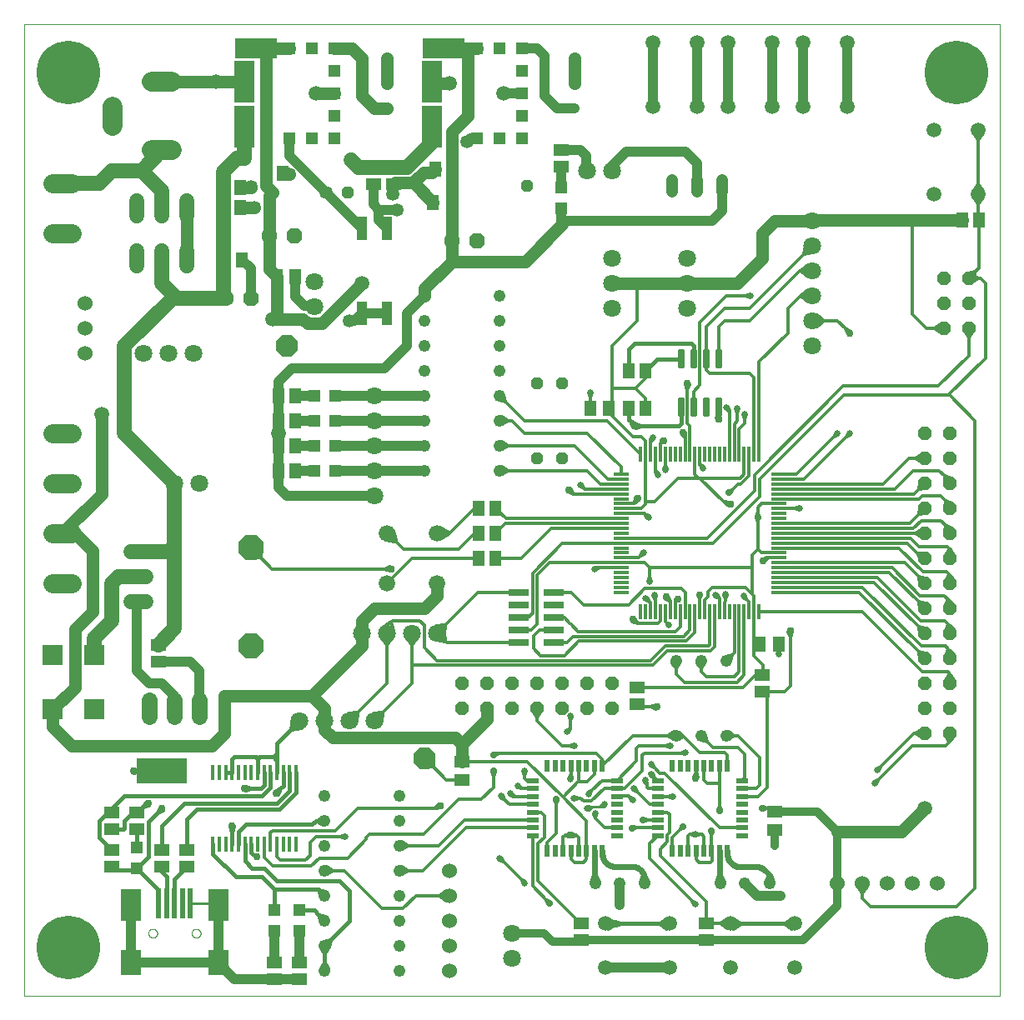
<source format=gtl>
G04 EAGLE Gerber X2 export*
%TF.Part,Single*%
%TF.FileFunction,Other,Top Layer*%
%TF.FilePolarity,Positive*%
%TF.GenerationSoftware,Autodesk,EAGLE,9.1.1*%
%TF.CreationDate,2018-08-10T13:45:35Z*%
G75*
%MOMM*%
%FSLAX34Y34*%
%LPD*%
%AMOC8*
5,1,8,0,0,1.08239X$1,22.5*%
G01*
%ADD10C,0.000000*%
%ADD11R,1.270000X1.270000*%
%ADD12R,2.030000X4.320000*%
%ADD13R,4.320000X2.030000*%
%ADD14R,1.500000X1.300000*%
%ADD15R,1.300000X1.500000*%
%ADD16C,1.676400*%
%ADD17R,1.200000X1.200000*%
%ADD18R,2.000000X2.500000*%
%ADD19R,2.000000X3.300000*%
%ADD20R,0.500000X3.100000*%
%ADD21C,1.800000*%
%ADD22R,0.400000X1.500000*%
%ADD23C,1.219200*%
%ADD24R,2.050000X0.760000*%
%ADD25P,1.319650X8X202.500000*%
%ADD26C,1.524000*%
%ADD27R,0.558800X1.270000*%
%ADD28R,1.270000X0.558800*%
%ADD29P,1.484606X8X202.500000*%
%ADD30C,1.524000*%
%ADD31P,1.319650X8X22.500000*%
%ADD32C,1.500000*%
%ADD33C,1.650000*%
%ADD34P,2.749271X8X292.500000*%
%ADD35C,0.914400*%
%ADD36R,1.130000X2.440000*%
%ADD37C,1.981200*%
%ADD38P,1.484606X8X112.500000*%
%ADD39P,1.484606X8X292.500000*%
%ADD40R,0.350000X1.500000*%
%ADD41R,1.500000X0.350000*%
%ADD42C,0.300000*%
%ADD43C,2.000000*%
%ADD44P,2.336880X8X22.500000*%
%ADD45R,5.080000X2.540000*%
%ADD46P,1.732040X8X22.500000*%
%ADD47C,1.600200*%
%ADD48R,2.100000X2.100000*%
%ADD49C,1.219200*%
%ADD50C,1.016000*%
%ADD51C,0.406400*%
%ADD52C,0.330200*%
%ADD53C,1.270000*%
%ADD54C,0.812800*%
%ADD55P,0.708749X8X22.500000*%
%ADD56P,0.816988X8X22.500000*%
%ADD57C,0.654800*%
%ADD58C,0.152400*%
%ADD59C,0.975000*%
%ADD60C,0.254000*%
%ADD61C,0.754800*%
%ADD62C,1.350000*%
%ADD63C,0.660400*%
%ADD64C,0.609600*%
%ADD65C,6.451600*%


D10*
X0Y12700D02*
X990400Y12700D01*
X990400Y1000000D01*
X0Y1000000D01*
X0Y12700D01*
D11*
X269200Y883900D03*
D12*
X223500Y895300D03*
X223500Y941100D03*
D13*
X234900Y975400D03*
D11*
X269200Y975400D03*
X315000Y975400D03*
X315000Y929700D03*
X315000Y906800D03*
X315000Y883900D03*
X292100Y883900D03*
X292100Y975400D03*
X315000Y952500D03*
X459700Y883900D03*
D12*
X414000Y895300D03*
X414000Y941100D03*
D13*
X425400Y975400D03*
D11*
X459700Y975400D03*
X505500Y975400D03*
X505500Y929700D03*
X505500Y906800D03*
X505500Y883900D03*
X482600Y883900D03*
X482600Y975400D03*
X505500Y952500D03*
D14*
X374904Y854066D03*
X374904Y837066D03*
D15*
X433950Y852170D03*
X416950Y852170D03*
X201812Y834136D03*
X218812Y834136D03*
X245500Y848614D03*
X262500Y848614D03*
D16*
X419100Y482600D03*
X368300Y482600D03*
X368300Y431800D03*
X419100Y431800D03*
D17*
X114300Y162900D03*
X114300Y141900D03*
D15*
X613800Y647700D03*
X630800Y647700D03*
D14*
X88900Y160900D03*
X88900Y143900D03*
X88900Y182000D03*
X88900Y199000D03*
X114300Y199000D03*
X114300Y182000D03*
X165100Y160900D03*
X165100Y143900D03*
X139700Y160900D03*
X139700Y143900D03*
D15*
X613800Y609600D03*
X630800Y609600D03*
D14*
X254000Y29600D03*
X254000Y46600D03*
X279400Y29600D03*
X279400Y46600D03*
D18*
X196900Y46200D03*
X107900Y46200D03*
D19*
X196900Y105200D03*
X107900Y105200D03*
D20*
X136400Y106200D03*
X144400Y106200D03*
X152400Y106200D03*
X160400Y106200D03*
X168400Y106200D03*
D10*
X125900Y76200D02*
X125902Y76334D01*
X125908Y76468D01*
X125918Y76601D01*
X125932Y76735D01*
X125950Y76868D01*
X125972Y77000D01*
X125997Y77131D01*
X126027Y77262D01*
X126061Y77392D01*
X126098Y77520D01*
X126139Y77648D01*
X126184Y77774D01*
X126233Y77899D01*
X126285Y78022D01*
X126341Y78144D01*
X126401Y78264D01*
X126464Y78382D01*
X126531Y78498D01*
X126601Y78612D01*
X126675Y78724D01*
X126752Y78834D01*
X126832Y78942D01*
X126915Y79047D01*
X127001Y79149D01*
X127090Y79249D01*
X127183Y79346D01*
X127278Y79441D01*
X127376Y79532D01*
X127476Y79621D01*
X127579Y79706D01*
X127685Y79789D01*
X127793Y79868D01*
X127903Y79944D01*
X128016Y80017D01*
X128131Y80086D01*
X128247Y80152D01*
X128366Y80214D01*
X128486Y80273D01*
X128609Y80328D01*
X128732Y80380D01*
X128857Y80427D01*
X128984Y80471D01*
X129112Y80512D01*
X129241Y80548D01*
X129371Y80581D01*
X129502Y80609D01*
X129633Y80634D01*
X129766Y80655D01*
X129899Y80672D01*
X130032Y80685D01*
X130166Y80694D01*
X130300Y80699D01*
X130434Y80700D01*
X130567Y80697D01*
X130701Y80690D01*
X130835Y80679D01*
X130968Y80664D01*
X131101Y80645D01*
X131233Y80622D01*
X131364Y80596D01*
X131494Y80565D01*
X131624Y80530D01*
X131752Y80492D01*
X131879Y80450D01*
X132005Y80404D01*
X132130Y80354D01*
X132253Y80301D01*
X132374Y80244D01*
X132494Y80183D01*
X132611Y80119D01*
X132727Y80052D01*
X132841Y79981D01*
X132952Y79906D01*
X133061Y79829D01*
X133168Y79748D01*
X133273Y79664D01*
X133374Y79577D01*
X133474Y79487D01*
X133570Y79394D01*
X133664Y79298D01*
X133755Y79199D01*
X133842Y79098D01*
X133927Y78994D01*
X134009Y78888D01*
X134087Y78780D01*
X134162Y78669D01*
X134234Y78556D01*
X134303Y78440D01*
X134368Y78323D01*
X134429Y78204D01*
X134487Y78083D01*
X134541Y77961D01*
X134592Y77837D01*
X134639Y77711D01*
X134682Y77584D01*
X134721Y77456D01*
X134757Y77327D01*
X134788Y77197D01*
X134816Y77066D01*
X134840Y76934D01*
X134860Y76801D01*
X134876Y76668D01*
X134888Y76535D01*
X134896Y76401D01*
X134900Y76267D01*
X134900Y76133D01*
X134896Y75999D01*
X134888Y75865D01*
X134876Y75732D01*
X134860Y75599D01*
X134840Y75466D01*
X134816Y75334D01*
X134788Y75203D01*
X134757Y75073D01*
X134721Y74944D01*
X134682Y74816D01*
X134639Y74689D01*
X134592Y74563D01*
X134541Y74439D01*
X134487Y74317D01*
X134429Y74196D01*
X134368Y74077D01*
X134303Y73960D01*
X134234Y73844D01*
X134162Y73731D01*
X134087Y73620D01*
X134009Y73512D01*
X133927Y73406D01*
X133842Y73302D01*
X133755Y73201D01*
X133664Y73102D01*
X133570Y73006D01*
X133474Y72913D01*
X133374Y72823D01*
X133273Y72736D01*
X133168Y72652D01*
X133061Y72571D01*
X132952Y72494D01*
X132841Y72419D01*
X132727Y72348D01*
X132611Y72281D01*
X132494Y72217D01*
X132374Y72156D01*
X132253Y72099D01*
X132130Y72046D01*
X132005Y71996D01*
X131879Y71950D01*
X131752Y71908D01*
X131624Y71870D01*
X131494Y71835D01*
X131364Y71804D01*
X131233Y71778D01*
X131101Y71755D01*
X130968Y71736D01*
X130835Y71721D01*
X130701Y71710D01*
X130567Y71703D01*
X130434Y71700D01*
X130300Y71701D01*
X130166Y71706D01*
X130032Y71715D01*
X129899Y71728D01*
X129766Y71745D01*
X129633Y71766D01*
X129502Y71791D01*
X129371Y71819D01*
X129241Y71852D01*
X129112Y71888D01*
X128984Y71929D01*
X128857Y71973D01*
X128732Y72020D01*
X128609Y72072D01*
X128486Y72127D01*
X128366Y72186D01*
X128247Y72248D01*
X128131Y72314D01*
X128016Y72383D01*
X127903Y72456D01*
X127793Y72532D01*
X127685Y72611D01*
X127579Y72694D01*
X127476Y72779D01*
X127376Y72868D01*
X127278Y72959D01*
X127183Y73054D01*
X127090Y73151D01*
X127001Y73251D01*
X126915Y73353D01*
X126832Y73458D01*
X126752Y73566D01*
X126675Y73676D01*
X126601Y73788D01*
X126531Y73902D01*
X126464Y74018D01*
X126401Y74136D01*
X126341Y74256D01*
X126285Y74378D01*
X126233Y74501D01*
X126184Y74626D01*
X126139Y74752D01*
X126098Y74880D01*
X126061Y75008D01*
X126027Y75138D01*
X125997Y75269D01*
X125972Y75400D01*
X125950Y75532D01*
X125932Y75665D01*
X125918Y75799D01*
X125908Y75932D01*
X125902Y76066D01*
X125900Y76200D01*
X169900Y76200D02*
X169902Y76334D01*
X169908Y76468D01*
X169918Y76601D01*
X169932Y76735D01*
X169950Y76868D01*
X169972Y77000D01*
X169997Y77131D01*
X170027Y77262D01*
X170061Y77392D01*
X170098Y77520D01*
X170139Y77648D01*
X170184Y77774D01*
X170233Y77899D01*
X170285Y78022D01*
X170341Y78144D01*
X170401Y78264D01*
X170464Y78382D01*
X170531Y78498D01*
X170601Y78612D01*
X170675Y78724D01*
X170752Y78834D01*
X170832Y78942D01*
X170915Y79047D01*
X171001Y79149D01*
X171090Y79249D01*
X171183Y79346D01*
X171278Y79441D01*
X171376Y79532D01*
X171476Y79621D01*
X171579Y79706D01*
X171685Y79789D01*
X171793Y79868D01*
X171903Y79944D01*
X172016Y80017D01*
X172131Y80086D01*
X172247Y80152D01*
X172366Y80214D01*
X172486Y80273D01*
X172609Y80328D01*
X172732Y80380D01*
X172857Y80427D01*
X172984Y80471D01*
X173112Y80512D01*
X173241Y80548D01*
X173371Y80581D01*
X173502Y80609D01*
X173633Y80634D01*
X173766Y80655D01*
X173899Y80672D01*
X174032Y80685D01*
X174166Y80694D01*
X174300Y80699D01*
X174434Y80700D01*
X174567Y80697D01*
X174701Y80690D01*
X174835Y80679D01*
X174968Y80664D01*
X175101Y80645D01*
X175233Y80622D01*
X175364Y80596D01*
X175494Y80565D01*
X175624Y80530D01*
X175752Y80492D01*
X175879Y80450D01*
X176005Y80404D01*
X176130Y80354D01*
X176253Y80301D01*
X176374Y80244D01*
X176494Y80183D01*
X176611Y80119D01*
X176727Y80052D01*
X176841Y79981D01*
X176952Y79906D01*
X177061Y79829D01*
X177168Y79748D01*
X177273Y79664D01*
X177374Y79577D01*
X177474Y79487D01*
X177570Y79394D01*
X177664Y79298D01*
X177755Y79199D01*
X177842Y79098D01*
X177927Y78994D01*
X178009Y78888D01*
X178087Y78780D01*
X178162Y78669D01*
X178234Y78556D01*
X178303Y78440D01*
X178368Y78323D01*
X178429Y78204D01*
X178487Y78083D01*
X178541Y77961D01*
X178592Y77837D01*
X178639Y77711D01*
X178682Y77584D01*
X178721Y77456D01*
X178757Y77327D01*
X178788Y77197D01*
X178816Y77066D01*
X178840Y76934D01*
X178860Y76801D01*
X178876Y76668D01*
X178888Y76535D01*
X178896Y76401D01*
X178900Y76267D01*
X178900Y76133D01*
X178896Y75999D01*
X178888Y75865D01*
X178876Y75732D01*
X178860Y75599D01*
X178840Y75466D01*
X178816Y75334D01*
X178788Y75203D01*
X178757Y75073D01*
X178721Y74944D01*
X178682Y74816D01*
X178639Y74689D01*
X178592Y74563D01*
X178541Y74439D01*
X178487Y74317D01*
X178429Y74196D01*
X178368Y74077D01*
X178303Y73960D01*
X178234Y73844D01*
X178162Y73731D01*
X178087Y73620D01*
X178009Y73512D01*
X177927Y73406D01*
X177842Y73302D01*
X177755Y73201D01*
X177664Y73102D01*
X177570Y73006D01*
X177474Y72913D01*
X177374Y72823D01*
X177273Y72736D01*
X177168Y72652D01*
X177061Y72571D01*
X176952Y72494D01*
X176841Y72419D01*
X176727Y72348D01*
X176611Y72281D01*
X176494Y72217D01*
X176374Y72156D01*
X176253Y72099D01*
X176130Y72046D01*
X176005Y71996D01*
X175879Y71950D01*
X175752Y71908D01*
X175624Y71870D01*
X175494Y71835D01*
X175364Y71804D01*
X175233Y71778D01*
X175101Y71755D01*
X174968Y71736D01*
X174835Y71721D01*
X174701Y71710D01*
X174567Y71703D01*
X174434Y71700D01*
X174300Y71701D01*
X174166Y71706D01*
X174032Y71715D01*
X173899Y71728D01*
X173766Y71745D01*
X173633Y71766D01*
X173502Y71791D01*
X173371Y71819D01*
X173241Y71852D01*
X173112Y71888D01*
X172984Y71929D01*
X172857Y71973D01*
X172732Y72020D01*
X172609Y72072D01*
X172486Y72127D01*
X172366Y72186D01*
X172247Y72248D01*
X172131Y72314D01*
X172016Y72383D01*
X171903Y72456D01*
X171793Y72532D01*
X171685Y72611D01*
X171579Y72694D01*
X171476Y72779D01*
X171376Y72868D01*
X171278Y72959D01*
X171183Y73054D01*
X171090Y73151D01*
X171001Y73251D01*
X170915Y73353D01*
X170832Y73458D01*
X170752Y73566D01*
X170675Y73676D01*
X170601Y73788D01*
X170531Y73902D01*
X170464Y74018D01*
X170401Y74136D01*
X170341Y74256D01*
X170285Y74378D01*
X170233Y74501D01*
X170184Y74626D01*
X170139Y74752D01*
X170098Y74880D01*
X170061Y75008D01*
X170027Y75138D01*
X169997Y75269D01*
X169972Y75400D01*
X169950Y75532D01*
X169932Y75665D01*
X169918Y75799D01*
X169908Y75932D01*
X169902Y76066D01*
X169900Y76200D01*
D21*
X355600Y292100D03*
X330200Y292100D03*
X304800Y292100D03*
X279400Y292100D03*
D22*
X191430Y166950D03*
X197930Y166950D03*
X204430Y166950D03*
X210930Y166950D03*
X217430Y166950D03*
X223930Y166950D03*
X230430Y166950D03*
X236930Y166950D03*
X243430Y166950D03*
X249930Y166950D03*
X256430Y166950D03*
X262930Y166950D03*
X269430Y166950D03*
X275930Y166950D03*
X275930Y239450D03*
X269430Y239450D03*
X262930Y239450D03*
X256430Y239450D03*
X249930Y239450D03*
X243430Y239450D03*
X236930Y239450D03*
X230430Y239450D03*
X223930Y239450D03*
X217430Y239450D03*
X210930Y239450D03*
X204430Y239450D03*
X197930Y239450D03*
X191430Y239450D03*
D23*
X482600Y546100D03*
X482600Y571500D03*
X482600Y698500D03*
X482600Y723900D03*
X482600Y596900D03*
X482600Y622300D03*
X482600Y673100D03*
X482600Y647700D03*
X406400Y723900D03*
X406400Y698500D03*
X406400Y673100D03*
X406400Y647700D03*
X406400Y622300D03*
X406400Y596900D03*
X406400Y571500D03*
X406400Y546100D03*
D15*
X275200Y546100D03*
X258200Y546100D03*
X275200Y571500D03*
X258200Y571500D03*
X275200Y596900D03*
X258200Y596900D03*
X275200Y622300D03*
X258200Y622300D03*
D21*
X355600Y520700D03*
X355600Y546100D03*
X355600Y571500D03*
X355600Y596900D03*
X355600Y622300D03*
D24*
X537484Y371348D03*
X501884Y371348D03*
X537484Y384048D03*
X501884Y384048D03*
X537484Y396748D03*
X501884Y396748D03*
X537484Y409448D03*
X501884Y409448D03*
X537484Y422148D03*
X501884Y422148D03*
D25*
X546100Y635000D03*
X520700Y635000D03*
X546100Y558800D03*
X520700Y558800D03*
D17*
X279400Y78400D03*
X279400Y99400D03*
X254000Y78400D03*
X254000Y99400D03*
D26*
X825500Y127000D03*
X850900Y127000D03*
X876300Y127000D03*
X901700Y127000D03*
X927100Y127000D03*
D14*
X565150Y85970D03*
X565150Y68970D03*
X692150Y85970D03*
X692150Y68970D03*
X135890Y352180D03*
X135890Y369180D03*
D21*
X152400Y533400D03*
X177800Y533400D03*
D27*
X530800Y160274D03*
X538800Y160274D03*
X546800Y160274D03*
X554800Y160274D03*
X562800Y160274D03*
X570800Y160274D03*
X578800Y160274D03*
X586800Y160274D03*
D28*
X601726Y175200D03*
X601726Y183200D03*
X601726Y191200D03*
X601726Y199200D03*
X601726Y207200D03*
X601726Y215200D03*
X601726Y223200D03*
X601726Y231200D03*
D27*
X586800Y246126D03*
X578800Y246126D03*
X570800Y246126D03*
X562800Y246126D03*
X554800Y246126D03*
X546800Y246126D03*
X538800Y246126D03*
X530800Y246126D03*
D28*
X515874Y231200D03*
X515874Y223200D03*
X515874Y215200D03*
X515874Y207200D03*
X515874Y199200D03*
X515874Y191200D03*
X515874Y183200D03*
X515874Y175200D03*
D14*
X444500Y250800D03*
X444500Y231800D03*
D27*
X657800Y160274D03*
X665800Y160274D03*
X673800Y160274D03*
X681800Y160274D03*
X689800Y160274D03*
X697800Y160274D03*
X705800Y160274D03*
X713800Y160274D03*
D28*
X728726Y175200D03*
X728726Y183200D03*
X728726Y191200D03*
X728726Y199200D03*
X728726Y207200D03*
X728726Y215200D03*
X728726Y223200D03*
X728726Y231200D03*
D27*
X713800Y246126D03*
X705800Y246126D03*
X697800Y246126D03*
X689800Y246126D03*
X681800Y246126D03*
X673800Y246126D03*
X665800Y246126D03*
X657800Y246126D03*
D28*
X642874Y231200D03*
X642874Y223200D03*
X642874Y215200D03*
X642874Y207200D03*
X642874Y199200D03*
X642874Y191200D03*
X642874Y183200D03*
X642874Y175200D03*
D14*
X762000Y181000D03*
X762000Y200000D03*
D29*
X596900Y304800D03*
X596900Y330200D03*
X571500Y304800D03*
X571500Y330200D03*
X546100Y304800D03*
X546100Y330200D03*
X520700Y304800D03*
X520700Y330200D03*
X495300Y304800D03*
X495300Y330200D03*
X469900Y304800D03*
X469900Y330200D03*
X444500Y304800D03*
X444500Y330200D03*
D23*
X604520Y127000D03*
X629520Y127000D03*
X579520Y127000D03*
X731520Y127000D03*
X756520Y127000D03*
X706520Y127000D03*
D30*
X114300Y805180D02*
X114300Y820420D01*
X139700Y820420D02*
X139700Y805180D01*
X165100Y805180D02*
X165100Y820420D01*
X123190Y412750D02*
X107950Y412750D01*
X107950Y438150D02*
X123190Y438150D01*
X123190Y463550D02*
X107950Y463550D01*
X114300Y754380D02*
X114300Y769620D01*
X139700Y769620D02*
X139700Y754380D01*
X165100Y754380D02*
X165100Y769620D01*
D15*
X478400Y457200D03*
X461400Y457200D03*
X478400Y482600D03*
X461400Y482600D03*
X478400Y508000D03*
X461400Y508000D03*
D31*
X433832Y835914D03*
X510032Y835914D03*
X252222Y828548D03*
X328422Y828548D03*
D32*
X589800Y86000D03*
X654800Y86000D03*
X589800Y41000D03*
X654800Y41000D03*
X716800Y86000D03*
X781800Y86000D03*
X716800Y41000D03*
X781800Y41000D03*
X968650Y892290D03*
X968650Y827290D03*
X923650Y892290D03*
X923650Y827290D03*
D23*
X381000Y38100D03*
X381000Y63500D03*
X381000Y88900D03*
X381000Y114300D03*
X304800Y114300D03*
X304800Y88900D03*
X304800Y63500D03*
X304800Y38100D03*
X381000Y139700D03*
X381000Y165100D03*
X381000Y190500D03*
X381000Y215900D03*
X304800Y215900D03*
X304800Y190500D03*
X304800Y165100D03*
X304800Y139700D03*
D33*
X177800Y296550D02*
X177800Y313050D01*
X152400Y313050D02*
X152400Y296550D01*
X127000Y296550D02*
X127000Y313050D01*
D34*
X229870Y467868D03*
X229870Y367792D03*
D14*
X354330Y837066D03*
X354330Y854066D03*
D15*
X218812Y813562D03*
X201812Y813562D03*
D35*
X558800Y965200D03*
X558800Y939800D03*
X558800Y914400D03*
X368300Y965200D03*
X368300Y939800D03*
X368300Y914400D03*
D36*
X368300Y792300D03*
X342900Y792300D03*
X342900Y706300D03*
X368300Y706300D03*
D21*
X800100Y800100D03*
X800100Y774700D03*
X800100Y749300D03*
X800100Y723900D03*
X800100Y698500D03*
X800100Y673100D03*
D23*
X661670Y276860D03*
X687070Y276860D03*
X712470Y276860D03*
X712470Y353060D03*
X687070Y353060D03*
X661670Y353060D03*
D17*
X315300Y546100D03*
X294300Y546100D03*
X315300Y571500D03*
X294300Y571500D03*
X315300Y596900D03*
X294300Y596900D03*
X315300Y622300D03*
X294300Y622300D03*
D21*
X120904Y665226D03*
X146304Y665226D03*
X171704Y665226D03*
D37*
X48006Y482346D02*
X28194Y482346D01*
X28194Y432054D02*
X48006Y432054D01*
X48006Y583946D02*
X28194Y583946D01*
X28194Y533654D02*
X48006Y533654D01*
X48006Y837946D02*
X28194Y837946D01*
X28194Y787654D02*
X48006Y787654D01*
D38*
X958850Y690880D03*
X933450Y690880D03*
X958850Y716280D03*
X933450Y716280D03*
X958850Y741680D03*
X933450Y741680D03*
D39*
X939800Y584200D03*
X914400Y584200D03*
X939800Y558800D03*
X914400Y558800D03*
X939800Y533400D03*
X914400Y533400D03*
X939800Y508000D03*
X914400Y508000D03*
X939800Y482600D03*
X914400Y482600D03*
X939800Y457200D03*
X914400Y457200D03*
X939800Y431800D03*
X914400Y431800D03*
X939800Y406400D03*
X914400Y406400D03*
X939800Y381000D03*
X914400Y381000D03*
X939800Y355600D03*
X914400Y355600D03*
X939800Y330200D03*
X914400Y330200D03*
X939800Y304800D03*
X914400Y304800D03*
X939800Y279400D03*
X914400Y279400D03*
D21*
X673100Y711200D03*
X673100Y736600D03*
X673100Y762000D03*
X596900Y711200D03*
X596900Y736600D03*
X596900Y762000D03*
X495300Y50800D03*
X495300Y76200D03*
D26*
X431800Y38100D03*
X431800Y63500D03*
X431800Y88900D03*
X431800Y114300D03*
X431800Y139700D03*
D40*
X625800Y402600D03*
X630800Y402600D03*
X635800Y402600D03*
X640800Y402600D03*
X645800Y402600D03*
X650800Y402600D03*
X655800Y402600D03*
X660800Y402600D03*
X665800Y402600D03*
X670800Y402600D03*
X675800Y402600D03*
X680800Y402600D03*
X685800Y402600D03*
X690800Y402600D03*
X695800Y402600D03*
X700800Y402600D03*
X705800Y402600D03*
X710800Y402600D03*
X715800Y402600D03*
X720800Y402600D03*
X725800Y402600D03*
X730800Y402600D03*
X735800Y402600D03*
X740800Y402600D03*
X745800Y402600D03*
D41*
X765800Y422600D03*
X765800Y427600D03*
X765800Y432600D03*
X765800Y437600D03*
X765800Y442600D03*
X765800Y447600D03*
X765800Y452600D03*
X765800Y457600D03*
X765800Y462600D03*
X765800Y467600D03*
X765800Y472600D03*
X765800Y477600D03*
X765800Y482600D03*
X765800Y487600D03*
X765800Y492600D03*
X765800Y497600D03*
X765800Y502600D03*
X765800Y507600D03*
X765800Y512600D03*
X765800Y517600D03*
X765800Y522600D03*
X765800Y527600D03*
X765800Y532600D03*
X765800Y537600D03*
X765800Y542600D03*
D40*
X745800Y562600D03*
X740800Y562600D03*
X735800Y562600D03*
X730800Y562600D03*
X725800Y562600D03*
X720800Y562600D03*
X715800Y562600D03*
X710800Y562600D03*
X705800Y562600D03*
X700800Y562600D03*
X695800Y562600D03*
X690800Y562600D03*
X685800Y562600D03*
X680800Y562600D03*
X675800Y562600D03*
X670800Y562600D03*
X665800Y562600D03*
X660800Y562600D03*
X655800Y562600D03*
X650800Y562600D03*
X645800Y562600D03*
X640800Y562600D03*
X635800Y562600D03*
X630800Y562600D03*
X625800Y562600D03*
D41*
X605800Y542600D03*
X605800Y537600D03*
X605800Y532600D03*
X605800Y527600D03*
X605800Y522600D03*
X605800Y517600D03*
X605800Y512600D03*
X605800Y507600D03*
X605800Y502600D03*
X605800Y497600D03*
X605800Y492600D03*
X605800Y487600D03*
X605800Y482600D03*
X605800Y477600D03*
X605800Y472600D03*
X605800Y467600D03*
X605800Y462600D03*
X605800Y457600D03*
X605800Y452600D03*
X605800Y447600D03*
X605800Y442600D03*
X605800Y437600D03*
X605800Y432600D03*
X605800Y427600D03*
X605800Y422600D03*
D42*
X668250Y602350D02*
X668250Y618450D01*
X668250Y602350D02*
X665250Y602350D01*
X665250Y618450D01*
X668250Y618450D01*
X668250Y605200D02*
X665250Y605200D01*
X665250Y608050D02*
X668250Y608050D01*
X668250Y610900D02*
X665250Y610900D01*
X665250Y613750D02*
X668250Y613750D01*
X668250Y616600D02*
X665250Y616600D01*
X680950Y618450D02*
X680950Y602350D01*
X677950Y602350D01*
X677950Y618450D01*
X680950Y618450D01*
X680950Y605200D02*
X677950Y605200D01*
X677950Y608050D02*
X680950Y608050D01*
X680950Y610900D02*
X677950Y610900D01*
X677950Y613750D02*
X680950Y613750D01*
X680950Y616600D02*
X677950Y616600D01*
X693650Y618450D02*
X693650Y602350D01*
X690650Y602350D01*
X690650Y618450D01*
X693650Y618450D01*
X693650Y605200D02*
X690650Y605200D01*
X690650Y608050D02*
X693650Y608050D01*
X693650Y610900D02*
X690650Y610900D01*
X690650Y613750D02*
X693650Y613750D01*
X693650Y616600D02*
X690650Y616600D01*
X706350Y618450D02*
X706350Y602350D01*
X703350Y602350D01*
X703350Y618450D01*
X706350Y618450D01*
X706350Y605200D02*
X703350Y605200D01*
X703350Y608050D02*
X706350Y608050D01*
X706350Y610900D02*
X703350Y610900D01*
X703350Y613750D02*
X706350Y613750D01*
X706350Y616600D02*
X703350Y616600D01*
X706350Y651550D02*
X706350Y667650D01*
X706350Y651550D02*
X703350Y651550D01*
X703350Y667650D01*
X706350Y667650D01*
X706350Y654400D02*
X703350Y654400D01*
X703350Y657250D02*
X706350Y657250D01*
X706350Y660100D02*
X703350Y660100D01*
X703350Y662950D02*
X706350Y662950D01*
X706350Y665800D02*
X703350Y665800D01*
X693650Y667650D02*
X693650Y651550D01*
X690650Y651550D01*
X690650Y667650D01*
X693650Y667650D01*
X693650Y654400D02*
X690650Y654400D01*
X690650Y657250D02*
X693650Y657250D01*
X693650Y660100D02*
X690650Y660100D01*
X690650Y662950D02*
X693650Y662950D01*
X693650Y665800D02*
X690650Y665800D01*
X680950Y667650D02*
X680950Y651550D01*
X677950Y651550D01*
X677950Y667650D01*
X680950Y667650D01*
X680950Y654400D02*
X677950Y654400D01*
X677950Y657250D02*
X680950Y657250D01*
X680950Y660100D02*
X677950Y660100D01*
X677950Y662950D02*
X680950Y662950D01*
X680950Y665800D02*
X677950Y665800D01*
X668250Y667650D02*
X668250Y651550D01*
X665250Y651550D01*
X665250Y667650D01*
X668250Y667650D01*
X668250Y654400D02*
X665250Y654400D01*
X665250Y657250D02*
X668250Y657250D01*
X668250Y660100D02*
X665250Y660100D01*
X665250Y662950D02*
X668250Y662950D01*
X668250Y665800D02*
X665250Y665800D01*
D21*
X294386Y737870D03*
X294386Y712470D03*
X596900Y850900D03*
X571500Y850900D03*
D15*
X968874Y800608D03*
X951874Y800608D03*
D10*
X149700Y936700D02*
X149840Y936702D01*
X149980Y936708D01*
X150120Y936718D01*
X150260Y936731D01*
X150399Y936749D01*
X150538Y936771D01*
X150675Y936796D01*
X150813Y936825D01*
X150949Y936858D01*
X151084Y936895D01*
X151218Y936936D01*
X151351Y936981D01*
X151483Y937029D01*
X151613Y937081D01*
X151742Y937136D01*
X151869Y937195D01*
X151995Y937258D01*
X152119Y937324D01*
X152240Y937393D01*
X152360Y937466D01*
X152478Y937543D01*
X152593Y937622D01*
X152707Y937705D01*
X152817Y937791D01*
X152926Y937880D01*
X153032Y937972D01*
X153135Y938067D01*
X153236Y938164D01*
X153333Y938265D01*
X153428Y938368D01*
X153520Y938474D01*
X153609Y938583D01*
X153695Y938693D01*
X153778Y938807D01*
X153857Y938922D01*
X153934Y939040D01*
X154007Y939160D01*
X154076Y939281D01*
X154142Y939405D01*
X154205Y939531D01*
X154264Y939658D01*
X154319Y939787D01*
X154371Y939917D01*
X154419Y940049D01*
X154464Y940182D01*
X154505Y940316D01*
X154542Y940451D01*
X154575Y940587D01*
X154604Y940725D01*
X154629Y940862D01*
X154651Y941001D01*
X154669Y941140D01*
X154682Y941280D01*
X154692Y941420D01*
X154698Y941560D01*
X154700Y941700D01*
X154698Y941840D01*
X154692Y941980D01*
X154682Y942120D01*
X154669Y942260D01*
X154651Y942399D01*
X154629Y942538D01*
X154604Y942675D01*
X154575Y942813D01*
X154542Y942949D01*
X154505Y943084D01*
X154464Y943218D01*
X154419Y943351D01*
X154371Y943483D01*
X154319Y943613D01*
X154264Y943742D01*
X154205Y943869D01*
X154142Y943995D01*
X154076Y944119D01*
X154007Y944240D01*
X153934Y944360D01*
X153857Y944478D01*
X153778Y944593D01*
X153695Y944707D01*
X153609Y944817D01*
X153520Y944926D01*
X153428Y945032D01*
X153333Y945135D01*
X153236Y945236D01*
X153135Y945333D01*
X153032Y945428D01*
X152926Y945520D01*
X152817Y945609D01*
X152707Y945695D01*
X152593Y945778D01*
X152478Y945857D01*
X152360Y945934D01*
X152240Y946007D01*
X152119Y946076D01*
X151995Y946142D01*
X151869Y946205D01*
X151742Y946264D01*
X151613Y946319D01*
X151483Y946371D01*
X151351Y946419D01*
X151218Y946464D01*
X151084Y946505D01*
X150949Y946542D01*
X150813Y946575D01*
X150675Y946604D01*
X150538Y946629D01*
X150399Y946651D01*
X150260Y946669D01*
X150120Y946682D01*
X149980Y946692D01*
X149840Y946698D01*
X149700Y946700D01*
X129700Y946700D02*
X129560Y946698D01*
X129420Y946692D01*
X129280Y946682D01*
X129140Y946669D01*
X129001Y946651D01*
X128862Y946629D01*
X128725Y946604D01*
X128587Y946575D01*
X128451Y946542D01*
X128316Y946505D01*
X128182Y946464D01*
X128049Y946419D01*
X127917Y946371D01*
X127787Y946319D01*
X127658Y946264D01*
X127531Y946205D01*
X127405Y946142D01*
X127281Y946076D01*
X127160Y946007D01*
X127040Y945934D01*
X126922Y945857D01*
X126807Y945778D01*
X126693Y945695D01*
X126583Y945609D01*
X126474Y945520D01*
X126368Y945428D01*
X126265Y945333D01*
X126164Y945236D01*
X126067Y945135D01*
X125972Y945032D01*
X125880Y944926D01*
X125791Y944817D01*
X125705Y944707D01*
X125622Y944593D01*
X125543Y944478D01*
X125466Y944360D01*
X125393Y944240D01*
X125324Y944119D01*
X125258Y943995D01*
X125195Y943869D01*
X125136Y943742D01*
X125081Y943613D01*
X125029Y943483D01*
X124981Y943351D01*
X124936Y943218D01*
X124895Y943084D01*
X124858Y942949D01*
X124825Y942813D01*
X124796Y942675D01*
X124771Y942538D01*
X124749Y942399D01*
X124731Y942260D01*
X124718Y942120D01*
X124708Y941980D01*
X124702Y941840D01*
X124700Y941700D01*
X124702Y941560D01*
X124708Y941420D01*
X124718Y941280D01*
X124731Y941140D01*
X124749Y941001D01*
X124771Y940862D01*
X124796Y940725D01*
X124825Y940587D01*
X124858Y940451D01*
X124895Y940316D01*
X124936Y940182D01*
X124981Y940049D01*
X125029Y939917D01*
X125081Y939787D01*
X125136Y939658D01*
X125195Y939531D01*
X125258Y939405D01*
X125324Y939281D01*
X125393Y939160D01*
X125466Y939040D01*
X125543Y938922D01*
X125622Y938807D01*
X125705Y938693D01*
X125791Y938583D01*
X125880Y938474D01*
X125972Y938368D01*
X126067Y938265D01*
X126164Y938164D01*
X126265Y938067D01*
X126368Y937972D01*
X126474Y937880D01*
X126583Y937791D01*
X126693Y937705D01*
X126807Y937622D01*
X126922Y937543D01*
X127040Y937466D01*
X127160Y937393D01*
X127281Y937324D01*
X127405Y937258D01*
X127531Y937195D01*
X127658Y937136D01*
X127787Y937081D01*
X127917Y937029D01*
X128049Y936981D01*
X128182Y936936D01*
X128316Y936895D01*
X128451Y936858D01*
X128587Y936825D01*
X128725Y936796D01*
X128862Y936771D01*
X129001Y936749D01*
X129140Y936731D01*
X129280Y936718D01*
X129420Y936708D01*
X129560Y936702D01*
X129700Y936700D01*
X149700Y936700D01*
X149700Y946700D02*
X129700Y946700D01*
X94700Y894700D02*
X94698Y894560D01*
X94692Y894420D01*
X94682Y894280D01*
X94669Y894140D01*
X94651Y894001D01*
X94629Y893862D01*
X94604Y893725D01*
X94575Y893587D01*
X94542Y893451D01*
X94505Y893316D01*
X94464Y893182D01*
X94419Y893049D01*
X94371Y892917D01*
X94319Y892787D01*
X94264Y892658D01*
X94205Y892531D01*
X94142Y892405D01*
X94076Y892281D01*
X94007Y892160D01*
X93934Y892040D01*
X93857Y891922D01*
X93778Y891807D01*
X93695Y891693D01*
X93609Y891583D01*
X93520Y891474D01*
X93428Y891368D01*
X93333Y891265D01*
X93236Y891164D01*
X93135Y891067D01*
X93032Y890972D01*
X92926Y890880D01*
X92817Y890791D01*
X92707Y890705D01*
X92593Y890622D01*
X92478Y890543D01*
X92360Y890466D01*
X92240Y890393D01*
X92119Y890324D01*
X91995Y890258D01*
X91869Y890195D01*
X91742Y890136D01*
X91613Y890081D01*
X91483Y890029D01*
X91351Y889981D01*
X91218Y889936D01*
X91084Y889895D01*
X90949Y889858D01*
X90813Y889825D01*
X90675Y889796D01*
X90538Y889771D01*
X90399Y889749D01*
X90260Y889731D01*
X90120Y889718D01*
X89980Y889708D01*
X89840Y889702D01*
X89700Y889700D01*
X89560Y889702D01*
X89420Y889708D01*
X89280Y889718D01*
X89140Y889731D01*
X89001Y889749D01*
X88862Y889771D01*
X88725Y889796D01*
X88587Y889825D01*
X88451Y889858D01*
X88316Y889895D01*
X88182Y889936D01*
X88049Y889981D01*
X87917Y890029D01*
X87787Y890081D01*
X87658Y890136D01*
X87531Y890195D01*
X87405Y890258D01*
X87281Y890324D01*
X87160Y890393D01*
X87040Y890466D01*
X86922Y890543D01*
X86807Y890622D01*
X86693Y890705D01*
X86583Y890791D01*
X86474Y890880D01*
X86368Y890972D01*
X86265Y891067D01*
X86164Y891164D01*
X86067Y891265D01*
X85972Y891368D01*
X85880Y891474D01*
X85791Y891583D01*
X85705Y891693D01*
X85622Y891807D01*
X85543Y891922D01*
X85466Y892040D01*
X85393Y892160D01*
X85324Y892281D01*
X85258Y892405D01*
X85195Y892531D01*
X85136Y892658D01*
X85081Y892787D01*
X85029Y892917D01*
X84981Y893049D01*
X84936Y893182D01*
X84895Y893316D01*
X84858Y893451D01*
X84825Y893587D01*
X84796Y893725D01*
X84771Y893862D01*
X84749Y894001D01*
X84731Y894140D01*
X84718Y894280D01*
X84708Y894420D01*
X84702Y894560D01*
X84700Y894700D01*
X84700Y917700D02*
X84702Y917840D01*
X84708Y917980D01*
X84718Y918120D01*
X84731Y918260D01*
X84749Y918399D01*
X84771Y918538D01*
X84796Y918675D01*
X84825Y918813D01*
X84858Y918949D01*
X84895Y919084D01*
X84936Y919218D01*
X84981Y919351D01*
X85029Y919483D01*
X85081Y919613D01*
X85136Y919742D01*
X85195Y919869D01*
X85258Y919995D01*
X85324Y920119D01*
X85393Y920240D01*
X85466Y920360D01*
X85543Y920478D01*
X85622Y920593D01*
X85705Y920707D01*
X85791Y920817D01*
X85880Y920926D01*
X85972Y921032D01*
X86067Y921135D01*
X86164Y921236D01*
X86265Y921333D01*
X86368Y921428D01*
X86474Y921520D01*
X86583Y921609D01*
X86693Y921695D01*
X86807Y921778D01*
X86922Y921857D01*
X87040Y921934D01*
X87160Y922007D01*
X87281Y922076D01*
X87405Y922142D01*
X87531Y922205D01*
X87658Y922264D01*
X87787Y922319D01*
X87917Y922371D01*
X88049Y922419D01*
X88182Y922464D01*
X88316Y922505D01*
X88451Y922542D01*
X88587Y922575D01*
X88725Y922604D01*
X88862Y922629D01*
X89001Y922651D01*
X89140Y922669D01*
X89280Y922682D01*
X89420Y922692D01*
X89560Y922698D01*
X89700Y922700D01*
X89840Y922698D01*
X89980Y922692D01*
X90120Y922682D01*
X90260Y922669D01*
X90399Y922651D01*
X90538Y922629D01*
X90675Y922604D01*
X90813Y922575D01*
X90949Y922542D01*
X91084Y922505D01*
X91218Y922464D01*
X91351Y922419D01*
X91483Y922371D01*
X91613Y922319D01*
X91742Y922264D01*
X91869Y922205D01*
X91995Y922142D01*
X92119Y922076D01*
X92240Y922007D01*
X92360Y921934D01*
X92478Y921857D01*
X92593Y921778D01*
X92707Y921695D01*
X92817Y921609D01*
X92926Y921520D01*
X93032Y921428D01*
X93135Y921333D01*
X93236Y921236D01*
X93333Y921135D01*
X93428Y921032D01*
X93520Y920926D01*
X93609Y920817D01*
X93695Y920707D01*
X93778Y920593D01*
X93857Y920478D01*
X93934Y920360D01*
X94007Y920240D01*
X94076Y920119D01*
X94142Y919995D01*
X94205Y919869D01*
X94264Y919742D01*
X94319Y919613D01*
X94371Y919483D01*
X94419Y919351D01*
X94464Y919218D01*
X94505Y919084D01*
X94542Y918949D01*
X94575Y918813D01*
X94604Y918675D01*
X94629Y918538D01*
X94651Y918399D01*
X94669Y918260D01*
X94682Y918120D01*
X94692Y917980D01*
X94698Y917840D01*
X94700Y917700D01*
X84700Y917700D02*
X84700Y894700D01*
X94700Y894700D02*
X94700Y917700D01*
X150700Y876700D02*
X150840Y876698D01*
X150980Y876692D01*
X151120Y876682D01*
X151260Y876669D01*
X151399Y876651D01*
X151538Y876629D01*
X151675Y876604D01*
X151813Y876575D01*
X151949Y876542D01*
X152084Y876505D01*
X152218Y876464D01*
X152351Y876419D01*
X152483Y876371D01*
X152613Y876319D01*
X152742Y876264D01*
X152869Y876205D01*
X152995Y876142D01*
X153119Y876076D01*
X153240Y876007D01*
X153360Y875934D01*
X153478Y875857D01*
X153593Y875778D01*
X153707Y875695D01*
X153817Y875609D01*
X153926Y875520D01*
X154032Y875428D01*
X154135Y875333D01*
X154236Y875236D01*
X154333Y875135D01*
X154428Y875032D01*
X154520Y874926D01*
X154609Y874817D01*
X154695Y874707D01*
X154778Y874593D01*
X154857Y874478D01*
X154934Y874360D01*
X155007Y874240D01*
X155076Y874119D01*
X155142Y873995D01*
X155205Y873869D01*
X155264Y873742D01*
X155319Y873613D01*
X155371Y873483D01*
X155419Y873351D01*
X155464Y873218D01*
X155505Y873084D01*
X155542Y872949D01*
X155575Y872813D01*
X155604Y872675D01*
X155629Y872538D01*
X155651Y872399D01*
X155669Y872260D01*
X155682Y872120D01*
X155692Y871980D01*
X155698Y871840D01*
X155700Y871700D01*
X155698Y871560D01*
X155692Y871420D01*
X155682Y871280D01*
X155669Y871140D01*
X155651Y871001D01*
X155629Y870862D01*
X155604Y870725D01*
X155575Y870587D01*
X155542Y870451D01*
X155505Y870316D01*
X155464Y870182D01*
X155419Y870049D01*
X155371Y869917D01*
X155319Y869787D01*
X155264Y869658D01*
X155205Y869531D01*
X155142Y869405D01*
X155076Y869281D01*
X155007Y869160D01*
X154934Y869040D01*
X154857Y868922D01*
X154778Y868807D01*
X154695Y868693D01*
X154609Y868583D01*
X154520Y868474D01*
X154428Y868368D01*
X154333Y868265D01*
X154236Y868164D01*
X154135Y868067D01*
X154032Y867972D01*
X153926Y867880D01*
X153817Y867791D01*
X153707Y867705D01*
X153593Y867622D01*
X153478Y867543D01*
X153360Y867466D01*
X153240Y867393D01*
X153119Y867324D01*
X152995Y867258D01*
X152869Y867195D01*
X152742Y867136D01*
X152613Y867081D01*
X152483Y867029D01*
X152351Y866981D01*
X152218Y866936D01*
X152084Y866895D01*
X151949Y866858D01*
X151813Y866825D01*
X151675Y866796D01*
X151538Y866771D01*
X151399Y866749D01*
X151260Y866731D01*
X151120Y866718D01*
X150980Y866708D01*
X150840Y866702D01*
X150700Y866700D01*
X128700Y866700D02*
X128560Y866702D01*
X128420Y866708D01*
X128280Y866718D01*
X128140Y866731D01*
X128001Y866749D01*
X127862Y866771D01*
X127725Y866796D01*
X127587Y866825D01*
X127451Y866858D01*
X127316Y866895D01*
X127182Y866936D01*
X127049Y866981D01*
X126917Y867029D01*
X126787Y867081D01*
X126658Y867136D01*
X126531Y867195D01*
X126405Y867258D01*
X126281Y867324D01*
X126160Y867393D01*
X126040Y867466D01*
X125922Y867543D01*
X125807Y867622D01*
X125693Y867705D01*
X125583Y867791D01*
X125474Y867880D01*
X125368Y867972D01*
X125265Y868067D01*
X125164Y868164D01*
X125067Y868265D01*
X124972Y868368D01*
X124880Y868474D01*
X124791Y868583D01*
X124705Y868693D01*
X124622Y868807D01*
X124543Y868922D01*
X124466Y869040D01*
X124393Y869160D01*
X124324Y869281D01*
X124258Y869405D01*
X124195Y869531D01*
X124136Y869658D01*
X124081Y869787D01*
X124029Y869917D01*
X123981Y870049D01*
X123936Y870182D01*
X123895Y870316D01*
X123858Y870451D01*
X123825Y870587D01*
X123796Y870725D01*
X123771Y870862D01*
X123749Y871001D01*
X123731Y871140D01*
X123718Y871280D01*
X123708Y871420D01*
X123702Y871560D01*
X123700Y871700D01*
X123702Y871840D01*
X123708Y871980D01*
X123718Y872120D01*
X123731Y872260D01*
X123749Y872399D01*
X123771Y872538D01*
X123796Y872675D01*
X123825Y872813D01*
X123858Y872949D01*
X123895Y873084D01*
X123936Y873218D01*
X123981Y873351D01*
X124029Y873483D01*
X124081Y873613D01*
X124136Y873742D01*
X124195Y873869D01*
X124258Y873995D01*
X124324Y874119D01*
X124393Y874240D01*
X124466Y874360D01*
X124543Y874478D01*
X124622Y874593D01*
X124705Y874707D01*
X124791Y874817D01*
X124880Y874926D01*
X124972Y875032D01*
X125067Y875135D01*
X125164Y875236D01*
X125265Y875333D01*
X125368Y875428D01*
X125474Y875520D01*
X125583Y875609D01*
X125693Y875695D01*
X125807Y875778D01*
X125922Y875857D01*
X126040Y875934D01*
X126160Y876007D01*
X126281Y876076D01*
X126405Y876142D01*
X126531Y876205D01*
X126658Y876264D01*
X126787Y876319D01*
X126917Y876371D01*
X127049Y876419D01*
X127182Y876464D01*
X127316Y876505D01*
X127451Y876542D01*
X127587Y876575D01*
X127725Y876604D01*
X127862Y876629D01*
X128001Y876651D01*
X128140Y876669D01*
X128280Y876682D01*
X128420Y876692D01*
X128560Y876698D01*
X128700Y876700D01*
X150700Y876700D01*
X150700Y866700D02*
X128700Y866700D01*
D43*
X129700Y941700D02*
X149700Y941700D01*
X149700Y871700D02*
X129700Y871700D01*
X89700Y896200D02*
X89700Y916200D01*
D15*
X746658Y370078D03*
X765658Y370078D03*
D32*
X790300Y916190D03*
X790300Y981190D03*
X835300Y916190D03*
X835300Y981190D03*
X714100Y916190D03*
X714100Y981190D03*
X759100Y916190D03*
X759100Y981190D03*
X637900Y916190D03*
X637900Y981190D03*
X682900Y916190D03*
X682900Y981190D03*
D44*
X406400Y254000D03*
D45*
X139700Y241300D03*
D44*
X266700Y673100D03*
D21*
X419100Y381000D03*
X393700Y381000D03*
X368300Y381000D03*
X342900Y381000D03*
D14*
X749300Y321700D03*
X749300Y338700D03*
X622300Y309000D03*
X622300Y326000D03*
D15*
X593700Y609600D03*
X574700Y609600D03*
D17*
X545084Y833460D03*
X545084Y812460D03*
D14*
X545084Y872354D03*
X545084Y855354D03*
D46*
X229870Y721614D03*
D47*
X204470Y721614D03*
D15*
X201828Y760476D03*
X220828Y760476D03*
D46*
X459486Y779272D03*
D47*
X434086Y779272D03*
D15*
X433934Y818642D03*
X414934Y818642D03*
D46*
X274066Y784860D03*
D47*
X248666Y784860D03*
D15*
X255930Y743204D03*
X274930Y743204D03*
D26*
X61722Y664972D03*
X61722Y690372D03*
X61722Y715772D03*
D48*
X70784Y358462D03*
X28784Y358462D03*
X28784Y303462D03*
X70784Y303462D03*
D49*
X657606Y829564D02*
X657606Y841756D01*
X683006Y841756D02*
X683006Y829564D01*
X708406Y829564D02*
X708406Y841756D01*
D50*
X637900Y916190D02*
X637900Y981190D01*
X714100Y981190D02*
X714100Y916190D01*
X790300Y916190D02*
X790300Y981190D01*
D51*
X642700Y659600D02*
X630800Y647700D01*
X642700Y659600D02*
X666750Y659600D01*
D52*
X630800Y562600D02*
X630800Y514604D01*
X630800Y512182D01*
X626218Y507600D02*
X605800Y507600D01*
X626218Y507600D02*
X630800Y512182D01*
X690800Y414448D02*
X690800Y402600D01*
X740800Y402600D02*
X740800Y418710D01*
X738505Y421005D01*
X748058Y512600D02*
X765800Y512600D01*
X748058Y512600D02*
X744474Y509016D01*
X744474Y504106D01*
X744474Y498856D01*
X744474Y493606D01*
X744474Y466598D01*
X748472Y462600D02*
X765800Y462600D01*
X748472Y462600D02*
X744474Y466598D01*
X730800Y542586D02*
X730800Y562600D01*
X730800Y542586D02*
X726948Y538734D01*
X685800Y538734D01*
X684276Y538734D01*
X680800Y542210D02*
X680800Y562600D01*
X680800Y542210D02*
X684276Y538734D01*
D53*
X203200Y279400D02*
X190500Y266700D01*
X203200Y279400D02*
X203200Y317500D01*
X292100Y317500D01*
X304800Y304800D01*
X304800Y292100D01*
X292100Y317500D02*
X342900Y368300D01*
X342900Y381000D01*
X419100Y419100D02*
X419100Y431800D01*
X419100Y419100D02*
X406400Y406400D01*
X355600Y406400D01*
X342900Y393700D01*
X342900Y381000D01*
X596900Y736600D02*
X622300Y736600D01*
X673100Y736600D01*
X723900Y736600D01*
X749300Y762000D01*
X749300Y787400D01*
X762000Y800100D01*
X800100Y800100D01*
X800608Y800608D01*
X901700Y800608D01*
X951874Y800608D01*
D52*
X622300Y736600D02*
X622300Y698500D01*
X618236Y580644D02*
X626618Y580644D01*
X630800Y576462D02*
X630800Y562600D01*
X630800Y576462D02*
X626618Y580644D01*
X570800Y160274D02*
X570800Y151192D01*
X567944Y148336D01*
X558292Y148336D01*
X554800Y151828D02*
X554800Y160274D01*
X554800Y151828D02*
X558292Y148336D01*
X510692Y250800D02*
X444500Y250800D01*
X510692Y250800D02*
X546608Y214884D01*
X681800Y160274D02*
X681800Y151066D01*
X685038Y147828D01*
X696214Y147828D01*
X697992Y149606D01*
X697992Y160082D02*
X697800Y160274D01*
X697992Y160082D02*
X697992Y149606D01*
D54*
X527558Y76200D02*
X495300Y76200D01*
X527558Y76200D02*
X536194Y67564D01*
X563744Y67564D01*
X565150Y68970D01*
X692150Y68970D01*
X790584Y68970D01*
X825500Y103886D02*
X825500Y127000D01*
X825500Y103886D02*
X790584Y68970D01*
X825500Y127000D02*
X825500Y179324D01*
X804824Y200000D02*
X762000Y200000D01*
X804824Y200000D02*
X825500Y179324D01*
D52*
X705800Y227584D02*
X705800Y246126D01*
X705800Y227584D02*
X705800Y205910D01*
X705800Y200726D01*
X705866Y200660D01*
D55*
X705866Y200660D03*
X697738Y180086D03*
D52*
X697738Y174836D01*
X697738Y160336D01*
X697800Y160274D01*
D55*
X749300Y203200D03*
D52*
X754550Y203200D01*
X758800Y203200D01*
X762000Y200000D01*
X729352Y326000D02*
X622300Y326000D01*
X742052Y338700D02*
X748792Y338700D01*
X749300Y338700D01*
X742052Y338700D02*
X729352Y326000D01*
X740800Y370586D02*
X740800Y402600D01*
X740800Y370586D02*
X740800Y357750D01*
X749554Y348996D01*
X749554Y339462D01*
X748792Y338700D01*
D53*
X444500Y268224D02*
X444500Y250800D01*
X444500Y268224D02*
X437896Y274828D01*
X312928Y274828D01*
X304800Y282956D02*
X304800Y292100D01*
X304800Y282956D02*
X312928Y274828D01*
X444500Y268224D02*
X469900Y293624D01*
X469900Y304800D01*
D52*
X570800Y190692D02*
X570800Y160274D01*
X570800Y190692D02*
X546608Y214884D01*
X663702Y538734D02*
X684276Y538734D01*
X639572Y514604D02*
X630800Y514604D01*
X639572Y514604D02*
X663702Y538734D01*
X738505Y448056D02*
X738505Y421005D01*
X738505Y448056D02*
X738505Y460629D01*
X744474Y466598D01*
X710183Y514351D02*
X685800Y538734D01*
X710183Y514351D02*
X712470Y512064D01*
X716534Y512064D01*
D56*
X716534Y512064D03*
D55*
X744474Y498856D03*
D52*
X596900Y609600D02*
X593700Y609600D01*
X578800Y246126D02*
X578800Y237678D01*
X570992Y229870D02*
X562356Y229870D01*
X547370Y214884D01*
X546608Y214884D01*
X570992Y229870D02*
X578800Y237678D01*
X640800Y402600D02*
X640800Y414504D01*
X640800Y418380D01*
X639572Y419608D01*
D57*
X639572Y419608D03*
X635000Y433070D03*
D52*
X635000Y438320D01*
X635000Y447548D01*
X629948Y452600D02*
X605800Y452600D01*
X629948Y452600D02*
X635000Y447548D01*
X690800Y414448D02*
X694436Y418084D01*
X694436Y423418D01*
X698246Y427228D01*
X732282Y427228D02*
X738505Y421005D01*
X732282Y427228D02*
X698246Y427228D01*
X562800Y246126D02*
X562800Y230314D01*
X562356Y229870D01*
X689800Y231712D02*
X689800Y246126D01*
X689800Y231712D02*
X693166Y228346D01*
X705038Y228346D01*
X705800Y227584D01*
D53*
X78232Y522478D02*
X38100Y482346D01*
X78232Y522478D02*
X78232Y603250D01*
D32*
X78232Y603250D03*
D53*
X234900Y975400D02*
X248920Y975400D01*
X269200Y975400D01*
X248666Y784860D02*
X248666Y750468D01*
X255930Y743204D01*
X255930Y704494D02*
X251714Y700278D01*
D32*
X251714Y700278D03*
X342900Y736600D03*
D53*
X282715Y700278D02*
X251714Y700278D01*
X282715Y700278D02*
X287397Y695596D01*
X301896Y695596D01*
X342900Y736600D01*
X190500Y266700D02*
X48260Y266700D01*
X28784Y286176D02*
X28784Y303462D01*
X28784Y286176D02*
X48260Y266700D01*
X51054Y482346D02*
X38100Y482346D01*
X51054Y325732D02*
X28784Y303462D01*
X69088Y464312D02*
X51054Y482346D01*
X69088Y464312D02*
X69088Y402844D01*
X51054Y384810D01*
X51054Y325732D01*
X255930Y704494D02*
X255930Y743204D01*
X245500Y848614D02*
X245500Y971980D01*
X248920Y975400D01*
X248666Y824992D02*
X248666Y784860D01*
X248666Y824992D02*
X252222Y828548D01*
X245500Y835270D02*
X245500Y848614D01*
X245500Y835270D02*
X252222Y828548D01*
D32*
X914400Y203200D03*
D53*
X890524Y179324D01*
X825500Y179324D01*
D52*
X596900Y673100D02*
X622300Y698500D01*
X596900Y673100D02*
X596900Y629920D01*
X596900Y609600D01*
X596900Y601980D01*
X618236Y580644D01*
X630800Y609600D02*
X630800Y619642D01*
X620522Y629920D02*
X596900Y629920D01*
X620522Y629920D02*
X630800Y619642D01*
X630800Y640198D02*
X630800Y647700D01*
X630800Y640198D02*
X620522Y629920D01*
X635000Y447548D02*
X737997Y447548D01*
X738505Y448056D01*
X901700Y704850D02*
X901700Y800608D01*
X915670Y690880D02*
X924306Y690880D01*
X933450Y690880D01*
X915670Y690880D02*
X901700Y704850D01*
D58*
X746658Y370078D02*
X741308Y370078D01*
X740800Y370586D01*
D52*
X605800Y452600D02*
X533118Y452600D01*
X520700Y440182D01*
X520700Y390398D01*
X514350Y384048D02*
X501884Y384048D01*
X514350Y384048D02*
X520700Y390398D01*
X705800Y205910D02*
X704316Y201142D01*
X705866Y200660D01*
X707403Y201181D02*
X705800Y205910D01*
X707403Y201181D02*
X705866Y200660D01*
X699281Y179584D02*
X697738Y174836D01*
X699281Y179584D02*
X697738Y180086D01*
X696195Y179584D02*
X697738Y174836D01*
X696195Y179584D02*
X697738Y180086D01*
X749802Y204743D02*
X754550Y203200D01*
X749802Y204743D02*
X749300Y203200D01*
X749802Y201657D02*
X754550Y203200D01*
X749802Y201657D02*
X749300Y203200D01*
X715223Y510394D02*
X710183Y514351D01*
X715223Y510394D02*
X716534Y512064D01*
X716588Y514186D02*
X710183Y514351D01*
X716588Y514186D02*
X716534Y512064D01*
X744474Y504106D02*
X742931Y499358D01*
X744474Y498856D01*
X746017Y499358D02*
X744474Y504106D01*
X746017Y499358D02*
X744474Y498856D01*
X746017Y498354D02*
X744474Y493606D01*
X746017Y498354D02*
X744474Y498856D01*
X742931Y498354D02*
X744474Y493606D01*
X742931Y498354D02*
X744474Y498856D01*
X641190Y419481D02*
X640800Y414504D01*
X641190Y419481D02*
X639572Y419608D01*
X638189Y418759D02*
X640800Y414504D01*
X638189Y418759D02*
X639572Y419608D01*
X633457Y433572D02*
X635000Y438320D01*
X633457Y433572D02*
X635000Y433070D01*
X636543Y433572D02*
X635000Y438320D01*
X636543Y433572D02*
X635000Y433070D01*
X924306Y690880D02*
X930485Y686600D01*
X933450Y690880D01*
X930485Y695160D02*
X924306Y690880D01*
X930485Y695160D02*
X933450Y690880D01*
D53*
X140300Y941100D02*
X139700Y941700D01*
X140300Y941100D02*
X194310Y941100D01*
X223500Y941100D01*
X414000Y941100D02*
X414000Y939800D01*
X431800Y939800D01*
D32*
X431800Y939800D03*
D50*
X486470Y929700D02*
X505500Y929700D01*
X486470Y929700D02*
X486410Y929640D01*
D32*
X486410Y929640D03*
D50*
X368300Y706300D02*
X342900Y706300D01*
D53*
X315000Y929700D02*
X295970Y929700D01*
X295910Y929640D01*
D32*
X295910Y929640D03*
X194310Y941100D03*
D50*
X254000Y29600D02*
X279400Y29600D01*
X213500Y29600D02*
X196900Y46200D01*
X213500Y29600D02*
X254000Y29600D01*
X196900Y76200D02*
X196900Y105200D01*
X196900Y76200D02*
X196900Y46200D01*
X107900Y46200D02*
X107900Y76200D01*
X107900Y105200D01*
X152400Y46200D02*
X196900Y46200D01*
X152400Y46200D02*
X107900Y46200D01*
D59*
X152400Y46200D03*
X107900Y76200D03*
X196900Y76200D03*
D60*
X195900Y106200D02*
X168400Y106200D01*
X195900Y106200D02*
X196900Y105200D01*
D51*
X100720Y182000D02*
X88900Y182000D01*
X100720Y182000D02*
X101600Y182880D01*
X101600Y190500D01*
X110100Y199000D02*
X114300Y199000D01*
X110100Y199000D02*
X101600Y190500D01*
X230430Y166950D02*
X230430Y158190D01*
X234950Y153670D01*
X236220Y153670D01*
D61*
X236220Y153670D03*
D51*
X120005Y204705D02*
X114300Y199000D01*
X120005Y204705D02*
X123580Y208280D01*
X125730Y208280D01*
D61*
X125730Y208280D03*
D51*
X117240Y241300D02*
X139700Y241300D01*
D61*
X110490Y241300D03*
D51*
X117240Y241300D01*
X270915Y283615D02*
X279400Y292100D01*
X270915Y283615D02*
X256430Y269130D01*
X256430Y257810D01*
X256430Y251460D01*
X256430Y239450D01*
X210930Y239450D02*
X204430Y239450D01*
X236930Y239450D02*
X236930Y253290D01*
X234950Y255270D01*
X213360Y255270D01*
X210930Y252840D02*
X210930Y239450D01*
X210930Y252840D02*
X213360Y255270D01*
X236930Y253290D02*
X238910Y255270D01*
X252620Y255270D02*
X256430Y251460D01*
X252620Y255270D02*
X238910Y255270D01*
X252620Y255270D02*
X255160Y257810D01*
X256430Y257810D01*
D52*
X605800Y502600D02*
X629600Y502600D01*
X685800Y420116D02*
X685800Y402600D01*
D61*
X685800Y420116D03*
D52*
X755501Y457600D02*
X765800Y457600D01*
X755501Y457600D02*
X753256Y457600D01*
X750062Y454406D02*
X749554Y454406D01*
D61*
X749554Y454406D03*
D52*
X750062Y454406D02*
X753256Y457600D01*
X685800Y552502D02*
X685800Y562600D01*
X685800Y552502D02*
X685800Y552196D01*
X689356Y548640D01*
D57*
X689356Y548640D03*
D52*
X689800Y174562D02*
X689800Y160274D01*
X689800Y174562D02*
X687832Y176530D01*
X681228Y176530D02*
X675978Y176530D01*
X675386Y176530D01*
X673800Y174944D02*
X673800Y160274D01*
X673800Y174944D02*
X675386Y176530D01*
X686478Y176530D02*
X687832Y176530D01*
D57*
X681228Y176530D03*
D52*
X686478Y176530D01*
X681800Y240176D02*
X681800Y246126D01*
X681800Y240176D02*
X681800Y233490D01*
X681736Y233426D01*
D61*
X681736Y233426D03*
D52*
X562800Y173546D02*
X562800Y160274D01*
X562800Y173546D02*
X561400Y174946D01*
X560324Y176022D01*
X554736Y176022D02*
X548894Y176022D01*
X546800Y173928D02*
X546800Y160274D01*
X548040Y175168D02*
X548894Y176022D01*
X548040Y175168D02*
X546800Y173928D01*
X554736Y176022D02*
X560324Y176022D01*
D61*
X554736Y176022D03*
D52*
X554800Y238158D02*
X554800Y246126D01*
X554800Y238158D02*
X554800Y233236D01*
X554482Y232918D01*
D57*
X554482Y232918D03*
D52*
X735800Y540728D02*
X735800Y562600D01*
X735800Y540728D02*
X727456Y532384D01*
X724154Y532384D01*
X719230Y527460D01*
D55*
X715518Y523748D03*
D52*
X719230Y527460D01*
D54*
X762000Y181000D02*
X762000Y165100D01*
D55*
X762000Y165100D03*
D52*
X413584Y246816D02*
X406400Y254000D01*
X413584Y246816D02*
X428600Y231800D01*
X444500Y231800D01*
X704850Y605428D02*
X704850Y610400D01*
D56*
X704850Y598678D03*
D52*
X704850Y605428D01*
D50*
X654800Y41000D02*
X589800Y41000D01*
D52*
X635800Y402600D02*
X635800Y412458D01*
X631698Y416560D02*
X630936Y416560D01*
D57*
X630936Y416560D03*
D52*
X635010Y413248D02*
X635800Y412458D01*
X635010Y413248D02*
X631698Y416560D01*
X623462Y457600D02*
X605800Y457600D01*
X623462Y457600D02*
X625192Y459330D01*
D57*
X628904Y463042D03*
D52*
X625192Y459330D01*
X765800Y507600D02*
X782165Y507600D01*
X787000Y507600D01*
X787400Y508000D01*
D57*
X787400Y508000D03*
D52*
X630084Y502116D02*
X629600Y502600D01*
X630084Y502116D02*
X633598Y498602D01*
X633984Y498602D01*
D57*
X633984Y498602D03*
D52*
X635800Y562600D02*
X635800Y575025D01*
X635800Y577888D01*
X637794Y579882D01*
D57*
X637794Y579882D03*
D50*
X374904Y827278D02*
X374904Y837066D01*
X374904Y827278D02*
X374396Y826770D01*
D62*
X374396Y826770D03*
D52*
X735800Y413042D02*
X735800Y402600D01*
X735800Y413042D02*
X733962Y414880D01*
D57*
X730250Y418592D03*
D52*
X733962Y414880D01*
D50*
X229870Y751434D02*
X220828Y760476D01*
X229870Y751434D02*
X229870Y721614D01*
X335100Y698500D02*
X342900Y706300D01*
X335100Y698500D02*
X330200Y698500D01*
D62*
X330200Y698500D03*
D50*
X288080Y713232D02*
X284582Y713232D01*
X288080Y713232D02*
X288842Y712470D01*
X294386Y712470D01*
X274930Y722884D02*
X274930Y743204D01*
X274930Y722884D02*
X284582Y713232D01*
D53*
X414020Y849240D02*
X416950Y852170D01*
X376410Y838572D02*
X374904Y837066D01*
X405316Y849240D02*
X414020Y849240D01*
X394648Y838572D02*
X376410Y838572D01*
X394648Y838572D02*
X405316Y849240D01*
X395004Y838572D02*
X414934Y818642D01*
X395004Y838572D02*
X394648Y838572D01*
X264159Y846955D02*
X262500Y848614D01*
X264159Y846955D02*
X269359Y846955D01*
D62*
X269359Y846955D03*
D53*
X229870Y834136D02*
X218812Y834136D01*
X229870Y834136D02*
X230124Y834390D01*
D62*
X230124Y834390D03*
D50*
X545084Y872354D02*
X564270Y872354D01*
X570738Y865886D01*
X570738Y851662D01*
X571500Y850900D01*
X604520Y127000D02*
X604520Y105156D01*
D59*
X604520Y105156D03*
D50*
X731520Y127000D02*
X744220Y114300D01*
X767334Y114300D01*
D59*
X767334Y114300D03*
D52*
X486312Y148688D02*
X482600Y152400D01*
D57*
X508000Y127000D03*
X482600Y152400D03*
D52*
X486312Y148688D02*
X504288Y130712D01*
X508000Y127000D01*
D60*
X571500Y203200D02*
X573278Y204978D01*
X576440Y204978D01*
D57*
X571500Y203200D03*
X589026Y207010D03*
D60*
X584185Y204978D02*
X576440Y204978D01*
X584185Y204978D02*
X586994Y204978D01*
X589026Y207010D01*
D52*
X574700Y609600D02*
X574700Y620608D01*
X574700Y625704D01*
X574548Y625856D01*
D57*
X574548Y625856D03*
D52*
X419100Y381000D02*
X427585Y372515D01*
X428752Y371348D01*
D58*
X765658Y370078D02*
X765658Y364912D01*
X765658Y359816D01*
X765810Y359664D01*
D57*
X765810Y359664D03*
D52*
X501884Y422148D02*
X460248Y422148D01*
X427585Y389485D01*
X419100Y381000D01*
X428752Y371348D02*
X501884Y371348D01*
D51*
X126240Y206614D02*
X120005Y204705D01*
X126240Y206614D02*
X125730Y208280D01*
X124457Y209469D02*
X120005Y204705D01*
X124457Y209469D02*
X125730Y208280D01*
X117240Y241300D02*
X110940Y242983D01*
X110490Y241300D01*
X110940Y239617D02*
X117240Y241300D01*
X110940Y239617D02*
X110490Y241300D01*
D52*
X749189Y456497D02*
X755501Y457600D01*
X749189Y456497D02*
X749554Y454406D01*
X751096Y452947D02*
X755501Y457600D01*
X751096Y452947D02*
X749554Y454406D01*
X687881Y547964D02*
X685800Y552502D01*
X687881Y547964D02*
X689356Y548640D01*
X690152Y550055D02*
X685800Y552502D01*
X690152Y550055D02*
X689356Y548640D01*
X675978Y176530D02*
X680726Y174987D01*
X681228Y176530D01*
X680726Y178073D02*
X675978Y176530D01*
X680726Y178073D02*
X681228Y176530D01*
X681730Y178073D02*
X686478Y176530D01*
X681730Y178073D02*
X681228Y176530D01*
X681730Y174987D02*
X686478Y176530D01*
X681730Y174987D02*
X681228Y176530D01*
X679727Y234113D02*
X681800Y240176D01*
X679727Y234113D02*
X681736Y233426D01*
X683758Y234075D02*
X681800Y240176D01*
X683758Y234075D02*
X681736Y233426D01*
X561400Y174946D02*
X555716Y177905D01*
X554736Y176022D01*
X555074Y173926D02*
X561400Y174946D01*
X555074Y173926D02*
X554736Y176022D01*
X554329Y173938D02*
X548040Y175168D01*
X554329Y173938D02*
X554736Y176022D01*
X553819Y177937D02*
X548040Y175168D01*
X553819Y177937D02*
X554736Y176022D01*
X552972Y233512D02*
X554800Y238158D01*
X552972Y233512D02*
X554482Y232918D01*
X556053Y233325D02*
X554800Y238158D01*
X556053Y233325D02*
X554482Y232918D01*
X714781Y525194D02*
X719230Y527460D01*
X714781Y525194D02*
X715518Y523748D01*
X716964Y523011D02*
X719230Y527460D01*
X716964Y523011D02*
X715518Y523748D01*
X702835Y599346D02*
X704850Y605428D01*
X702835Y599346D02*
X704850Y598678D01*
X706865Y599346D02*
X704850Y605428D01*
X706865Y599346D02*
X704850Y598678D01*
X632299Y417441D02*
X635010Y413248D01*
X632299Y417441D02*
X630936Y416560D01*
X630352Y415046D02*
X635010Y413248D01*
X630352Y415046D02*
X630936Y416560D01*
X625192Y459330D02*
X629641Y461596D01*
X628904Y463042D01*
X627458Y463779D02*
X625192Y459330D01*
X627458Y463779D02*
X628904Y463042D01*
X782165Y507600D02*
X787017Y506423D01*
X787400Y508000D01*
X786782Y509501D02*
X782165Y507600D01*
X786782Y509501D02*
X787400Y508000D01*
X632578Y497791D02*
X630084Y502116D01*
X632578Y497791D02*
X633984Y498602D01*
X634644Y500085D02*
X630084Y502116D01*
X634644Y500085D02*
X633984Y498602D01*
X635800Y575025D02*
X639031Y578832D01*
X637794Y579882D01*
X636176Y580004D02*
X635800Y575025D01*
X636176Y580004D02*
X637794Y579882D01*
X731696Y419329D02*
X733962Y414880D01*
X731696Y419329D02*
X730250Y418592D01*
X729513Y417146D02*
X733962Y414880D01*
X729513Y417146D02*
X730250Y418592D01*
X504288Y130712D02*
X506554Y126263D01*
X508000Y127000D01*
X508737Y128446D02*
X504288Y130712D01*
X508737Y128446D02*
X508000Y127000D01*
X486312Y148688D02*
X484046Y153137D01*
X482600Y152400D01*
X481863Y150954D02*
X486312Y148688D01*
X481863Y150954D02*
X482600Y152400D01*
D60*
X571592Y205202D02*
X576440Y204978D01*
X571592Y205202D02*
X571500Y203200D01*
X572847Y201716D02*
X576440Y204978D01*
X572847Y201716D02*
X571500Y203200D01*
X584185Y204978D02*
X589038Y205006D01*
X589026Y207010D01*
X587604Y208422D02*
X584185Y204978D01*
X587604Y208422D02*
X589026Y207010D01*
D52*
X574700Y620608D02*
X576105Y625399D01*
X574548Y625856D01*
X573020Y625310D02*
X574700Y620608D01*
X573020Y625310D02*
X574548Y625856D01*
D58*
X765658Y364912D02*
X763570Y360802D01*
X765810Y359664D01*
X767980Y360929D02*
X765658Y364912D01*
X767980Y360929D02*
X765810Y359664D01*
D51*
X280550Y285228D02*
X270915Y283615D01*
X280550Y285228D02*
X279400Y292100D01*
X272528Y293250D02*
X270915Y283615D01*
X272528Y293250D02*
X279400Y292100D01*
D63*
X413886Y253671D02*
X413584Y246816D01*
X413886Y253671D02*
X406400Y254000D01*
X406729Y246514D02*
X413584Y246816D01*
X406729Y246514D02*
X406400Y254000D01*
D52*
X427585Y372515D02*
X426391Y381926D01*
X419100Y381000D01*
X418174Y373709D02*
X427585Y372515D01*
X418174Y373709D02*
X419100Y381000D01*
X418174Y388291D02*
X427585Y389485D01*
X418174Y388291D02*
X419100Y381000D01*
X426391Y380074D02*
X427585Y389485D01*
X426391Y380074D02*
X419100Y381000D01*
X687070Y276860D02*
X692817Y271113D01*
X699008Y264922D01*
X724662Y264922D02*
X731520Y258064D01*
X731520Y233994D01*
X728726Y231200D01*
X724662Y264922D02*
X699008Y264922D01*
X621538Y251012D02*
X601726Y231200D01*
X621538Y251012D02*
X621538Y264414D01*
X623824Y266700D01*
D57*
X656082Y266700D03*
D52*
X650832Y266700D02*
X623824Y266700D01*
X650832Y266700D02*
X656082Y266700D01*
D57*
X326136Y174498D03*
D52*
X320886Y174498D01*
X296164Y174498D01*
X290068Y168402D01*
X290068Y155194D01*
X285496Y150622D01*
X259842Y150622D01*
X256430Y154034D02*
X256430Y166950D01*
X256430Y154034D02*
X259842Y150622D01*
X586292Y231200D02*
X601726Y231200D01*
X586292Y231200D02*
X576482Y221390D01*
D57*
X572770Y217678D03*
D52*
X576482Y221390D01*
X650832Y266700D02*
X655580Y265157D01*
X656082Y266700D01*
X655580Y268243D02*
X650832Y266700D01*
X655580Y268243D02*
X656082Y266700D01*
X325634Y172955D02*
X320886Y174498D01*
X325634Y172955D02*
X326136Y174498D01*
X325634Y176041D02*
X320886Y174498D01*
X325634Y176041D02*
X326136Y174498D01*
X572033Y219124D02*
X576482Y221390D01*
X572033Y219124D02*
X572770Y217678D01*
X574216Y216941D02*
X576482Y221390D01*
X574216Y216941D02*
X572770Y217678D01*
X692817Y271113D02*
X691420Y277773D01*
X687070Y276860D01*
X686157Y272510D02*
X692817Y271113D01*
X686157Y272510D02*
X687070Y276860D01*
X712470Y276860D02*
X720598Y276860D01*
X724408Y276860D01*
X746760Y254508D01*
X746760Y226822D01*
X743138Y223200D02*
X728726Y223200D01*
X743138Y223200D02*
X746760Y226822D01*
X629666Y259334D02*
X627380Y257048D01*
X609788Y223200D02*
X601726Y223200D01*
X627380Y240792D02*
X627380Y257048D01*
X627380Y240792D02*
X609788Y223200D01*
X249930Y178810D02*
X249930Y166950D01*
X249930Y178810D02*
X251714Y180594D01*
X419608Y202946D02*
X422402Y205740D01*
D56*
X422402Y205740D03*
D52*
X315976Y180594D02*
X251714Y180594D01*
X315976Y180594D02*
X338328Y202946D01*
X416257Y202946D01*
X419608Y202946D01*
X588706Y223200D02*
X601726Y223200D01*
X588706Y223200D02*
X575818Y210312D01*
D57*
X557530Y213360D03*
D52*
X562780Y213360D01*
X564896Y213360D01*
X567944Y210312D02*
X575818Y210312D01*
X567944Y210312D02*
X564896Y213360D01*
D57*
X671576Y259842D03*
D52*
X671068Y259334D01*
X666351Y259334D01*
X629666Y259334D01*
X422628Y203629D02*
X416257Y202946D01*
X422628Y203629D02*
X422402Y205740D01*
X420960Y207298D02*
X416257Y202946D01*
X420960Y207298D02*
X422402Y205740D01*
X558032Y214903D02*
X562780Y213360D01*
X558032Y214903D02*
X557530Y213360D01*
X558032Y211817D02*
X562780Y213360D01*
X558032Y211817D02*
X557530Y213360D01*
X666351Y259334D02*
X671226Y258257D01*
X671576Y259842D01*
X670927Y261330D02*
X666351Y259334D01*
X670927Y261330D02*
X671576Y259842D01*
X714901Y280581D02*
X720598Y276860D01*
X714901Y280581D02*
X712470Y276860D01*
X714901Y273139D02*
X720598Y276860D01*
X714901Y273139D02*
X712470Y276860D01*
X669036Y276860D02*
X661670Y276860D01*
X685800Y260096D02*
X710946Y260096D01*
X713800Y257242D01*
X713800Y246126D01*
X669765Y276131D02*
X669036Y276860D01*
X669765Y276131D02*
X685800Y260096D01*
X617534Y276860D02*
X586800Y246126D01*
X617534Y276860D02*
X653542Y276860D01*
X661670Y276860D01*
X586800Y253178D02*
X586800Y246126D01*
X243430Y166950D02*
X243430Y153318D01*
X252222Y144526D01*
X291084Y144526D01*
X299212Y152654D02*
X328168Y152654D01*
X346964Y171450D01*
X346964Y173482D01*
X350266Y176784D01*
X405384Y176784D01*
X440690Y212090D01*
X463804Y212090D01*
X476250Y224536D01*
X476250Y235542D01*
D55*
X476250Y240792D03*
D52*
X476250Y235542D01*
D55*
X476250Y257556D03*
D52*
X299212Y152654D02*
X291084Y144526D01*
X580898Y259080D02*
X586800Y253178D01*
X477774Y259080D02*
X476250Y257556D01*
X481274Y259080D02*
X580898Y259080D01*
X481274Y259080D02*
X477774Y259080D01*
X477793Y240290D02*
X476250Y235542D01*
X477793Y240290D02*
X476250Y240792D01*
X474707Y240290D02*
X476250Y235542D01*
X474707Y240290D02*
X476250Y240792D01*
X476282Y259179D02*
X481274Y259080D01*
X476282Y259179D02*
X476250Y257556D01*
X477178Y256225D02*
X481274Y259080D01*
X477178Y256225D02*
X476250Y257556D01*
X664425Y280348D02*
X669765Y276131D01*
X664425Y280348D02*
X661670Y276860D01*
X663757Y272935D02*
X669765Y276131D01*
X663757Y272935D02*
X661670Y276860D01*
X659239Y273139D02*
X653542Y276860D01*
X659239Y273139D02*
X661670Y276860D01*
X659239Y280581D02*
X653542Y276860D01*
X659239Y280581D02*
X661670Y276860D01*
D50*
X258200Y596900D02*
X258200Y622300D01*
X258200Y596900D02*
X258200Y584200D01*
X258200Y571500D01*
X258200Y546100D01*
X258200Y529200D01*
X266700Y520700D01*
X355600Y520700D01*
X258200Y622300D02*
X258200Y636660D01*
X388620Y706120D02*
X406400Y723900D01*
X271780Y650240D02*
X258200Y636660D01*
X271780Y650240D02*
X365760Y650240D01*
X388620Y673100D01*
X388620Y706120D01*
D32*
X258200Y584200D03*
D53*
X425400Y975400D02*
X450088Y975400D01*
X459700Y975400D01*
X450088Y907034D02*
X433832Y890778D01*
X450088Y907034D02*
X450088Y975400D01*
X433832Y852288D02*
X433950Y852170D01*
X433832Y852288D02*
X433832Y890778D01*
X433950Y852170D02*
X433832Y852052D01*
X433832Y835914D01*
X433832Y818744D01*
X433934Y818642D01*
X433934Y779424D01*
X434086Y779272D01*
X406400Y731266D02*
X406400Y723900D01*
X433934Y758800D02*
X433934Y779424D01*
X433934Y758800D02*
X406400Y731266D01*
X433934Y758800D02*
X508610Y758800D01*
X546100Y796290D01*
D50*
X545084Y797306D02*
X545084Y812460D01*
X545084Y797306D02*
X546100Y796290D01*
X549910Y800100D01*
X698500Y800100D01*
X708406Y810006D01*
X708406Y835660D01*
D52*
X515874Y175200D02*
X515874Y123952D01*
X529563Y110263D01*
X533146Y106680D01*
X533146Y106426D01*
D55*
X533146Y106426D03*
D57*
X863600Y228600D03*
D52*
X939800Y271526D02*
X939800Y279400D01*
X867312Y232312D02*
X863600Y228600D01*
X867312Y232312D02*
X901700Y266700D01*
X934974Y266700D01*
X938608Y270334D01*
X939800Y271526D01*
X531675Y105739D02*
X529563Y110263D01*
X531675Y105739D02*
X533146Y106426D01*
X533932Y107846D02*
X529563Y110263D01*
X533932Y107846D02*
X533146Y106426D01*
X862863Y230046D02*
X867312Y232312D01*
X862863Y230046D02*
X863600Y228600D01*
X865046Y227863D02*
X867312Y232312D01*
X865046Y227863D02*
X863600Y228600D01*
X938608Y270334D02*
X943657Y275902D01*
X939800Y279400D01*
X935170Y277018D02*
X938608Y270334D01*
X935170Y277018D02*
X939800Y279400D01*
X642874Y175200D02*
X635000Y167326D01*
X905256Y279400D02*
X914400Y279400D01*
X905256Y279400D02*
X903224Y279400D01*
X869469Y245645D01*
X865886Y242062D01*
X865886Y241808D01*
D57*
X865886Y241808D03*
X681482Y105410D03*
D52*
X677770Y109122D01*
X635000Y151892D01*
X635000Y167326D01*
X865100Y243228D02*
X869469Y245645D01*
X865100Y243228D02*
X865886Y241808D01*
X867357Y241121D02*
X869469Y245645D01*
X867357Y241121D02*
X865886Y241808D01*
X677770Y109122D02*
X680036Y104673D01*
X681482Y105410D01*
X682219Y106856D02*
X677770Y109122D01*
X682219Y106856D02*
X681482Y105410D01*
X905256Y279400D02*
X911435Y275120D01*
X914400Y279400D01*
X911435Y283680D02*
X905256Y279400D01*
X911435Y283680D02*
X914400Y279400D01*
D30*
X223500Y863600D02*
X223500Y895300D01*
D32*
X223500Y863600D03*
D30*
X101600Y584200D02*
X152400Y533400D01*
X101600Y584200D02*
X101600Y673100D01*
X152400Y533400D02*
X152400Y500380D01*
X152400Y385690D02*
X135890Y369180D01*
X152400Y469900D02*
X152400Y500380D01*
X152400Y469900D02*
X152400Y385690D01*
X139700Y736600D02*
X139700Y762000D01*
X139700Y736600D02*
X154686Y721614D01*
X204470Y721614D01*
X150114Y721614D02*
X101600Y673100D01*
X150114Y721614D02*
X154686Y721614D01*
X201930Y724154D02*
X201930Y753872D01*
X201930Y724154D02*
X204470Y721614D01*
X201930Y753872D02*
X201930Y760374D01*
X201828Y760476D01*
D32*
X331470Y861822D03*
D30*
X339226Y854066D01*
X354330Y854066D01*
X374904Y854066D01*
X388230Y854066D01*
X414000Y879836D02*
X414000Y895300D01*
X414000Y879836D02*
X388230Y854066D01*
X201828Y813546D02*
X201828Y760476D01*
X201828Y813546D02*
X201812Y813562D01*
X201812Y834136D01*
X201812Y850020D01*
X215392Y863600D02*
X223500Y863600D01*
X215392Y863600D02*
X201812Y850020D01*
X146050Y463550D02*
X115570Y463550D01*
X146050Y463550D02*
X152400Y469900D01*
D57*
X636270Y247904D03*
D52*
X639982Y244192D01*
X645160Y239014D01*
X649986Y239014D01*
X705800Y183200D01*
X728726Y183200D01*
X639982Y244192D02*
X637716Y248641D01*
X636270Y247904D01*
X635533Y246458D02*
X639982Y244192D01*
X635533Y246458D02*
X636270Y247904D01*
X635064Y207200D02*
X642874Y207200D01*
X635064Y207200D02*
X622710Y219554D01*
D57*
X618998Y223266D03*
D52*
X622710Y219554D01*
X620444Y224003D01*
X618998Y223266D01*
X618261Y221820D02*
X622710Y219554D01*
X618261Y221820D02*
X618998Y223266D01*
D57*
X658622Y215138D03*
D52*
X653372Y215138D01*
X642936Y215138D01*
X642874Y215200D01*
X653372Y215138D02*
X658120Y213595D01*
X658622Y215138D01*
X658120Y216681D02*
X653372Y215138D01*
X658120Y216681D02*
X658622Y215138D01*
D57*
X630174Y231648D03*
D52*
X632206Y229616D01*
X632206Y226807D01*
X632206Y224028D01*
X633034Y223200D01*
X642874Y223200D01*
X632206Y226807D02*
X631791Y231783D01*
X630174Y231648D01*
X628945Y230588D02*
X632206Y226807D01*
X628945Y230588D02*
X630174Y231648D01*
X640266Y233808D02*
X642874Y231200D01*
X640266Y233808D02*
X635060Y239014D01*
X636524Y237490D01*
D57*
X636524Y237490D03*
D52*
X637964Y238238D02*
X640266Y233808D01*
X637964Y238238D02*
X636524Y237490D01*
X635799Y236038D02*
X640266Y233808D01*
X635799Y236038D02*
X636524Y237490D01*
D57*
X558800Y266700D03*
D52*
X589214Y183200D02*
X601726Y183200D01*
D57*
X579374Y197866D03*
D52*
X579374Y193040D01*
X579782Y192632D01*
X589214Y183200D01*
X520700Y295656D02*
X520700Y304800D01*
X520700Y295656D02*
X520700Y292100D01*
X546100Y266700D02*
X553550Y266700D01*
X558800Y266700D01*
X546100Y266700D02*
X520700Y292100D01*
X553550Y266700D02*
X558298Y265157D01*
X558800Y266700D01*
X558298Y268243D02*
X553550Y266700D01*
X558298Y268243D02*
X558800Y266700D01*
X580952Y197486D02*
X579782Y192632D01*
X580952Y197486D02*
X579374Y197866D01*
X577874Y197246D02*
X579782Y192632D01*
X577874Y197246D02*
X579374Y197866D01*
X520700Y295656D02*
X524980Y301835D01*
X520700Y304800D01*
X516420Y301835D02*
X520700Y295656D01*
X516420Y301835D02*
X520700Y304800D01*
D57*
X508000Y241300D03*
D52*
X508000Y236050D01*
X508000Y233680D01*
X510480Y231200D02*
X515874Y231200D01*
X510480Y231200D02*
X508000Y233680D01*
X508000Y236050D02*
X509543Y240798D01*
X508000Y241300D01*
X506457Y240798D02*
X508000Y236050D01*
X506457Y240798D02*
X508000Y241300D01*
X515874Y215200D02*
X497332Y215200D01*
X496000Y215200D01*
X493014Y218186D01*
D57*
X493014Y218186D03*
D52*
X494305Y219170D02*
X497332Y215200D01*
X494305Y219170D02*
X493014Y218186D01*
X492549Y216631D02*
X497332Y215200D01*
X492549Y216631D02*
X493014Y218186D01*
X487836Y211934D02*
X484124Y215646D01*
X487836Y211934D02*
X492570Y207200D01*
X515874Y207200D01*
D57*
X484124Y215646D03*
D52*
X485570Y216383D02*
X487836Y211934D01*
X485570Y216383D02*
X484124Y215646D01*
X483387Y214200D02*
X487836Y211934D01*
X483387Y214200D02*
X484124Y215646D01*
X505446Y223200D02*
X515874Y223200D01*
X505446Y223200D02*
X503494Y223200D01*
X500888Y225806D01*
D57*
X500888Y225806D03*
D52*
X502090Y226897D02*
X505446Y223200D01*
X502090Y226897D02*
X500888Y225806D01*
X500557Y224217D02*
X505446Y223200D01*
X500557Y224217D02*
X500888Y225806D01*
X515874Y191200D02*
X446978Y191200D01*
X420878Y165100D02*
X389128Y165100D01*
X381000Y165100D01*
X420878Y165100D02*
X446978Y191200D01*
X389128Y165100D02*
X383431Y168821D01*
X381000Y165100D01*
X383431Y161379D02*
X389128Y165100D01*
X383431Y161379D02*
X381000Y165100D01*
X448376Y183200D02*
X515874Y183200D01*
X404876Y139700D02*
X389128Y139700D01*
X381000Y139700D01*
X404876Y139700D02*
X448376Y183200D01*
X389128Y139700D02*
X383431Y143421D01*
X381000Y139700D01*
X383431Y135979D02*
X389128Y139700D01*
X383431Y135979D02*
X381000Y139700D01*
D55*
X617220Y183134D03*
D52*
X622470Y183200D02*
X642874Y183200D01*
X622470Y183200D02*
X617286Y183200D01*
X617220Y183134D01*
X617702Y184684D02*
X622470Y183200D01*
X617702Y184684D02*
X617220Y183134D01*
X617741Y181597D02*
X622470Y183200D01*
X617741Y181597D02*
X617220Y183134D01*
D51*
X595312Y86000D02*
X589800Y86000D01*
X595312Y86000D02*
X599800Y86000D01*
X600562Y86000D01*
X605812Y86000D01*
X644800Y86000D01*
X654800Y86000D01*
D52*
X524954Y199200D02*
X515874Y199200D01*
X524954Y199200D02*
X528320Y195834D01*
X528320Y173736D01*
X521716Y167132D01*
X521716Y129286D01*
X561380Y89622D01*
X565032Y85970D01*
X565150Y85970D01*
X565180Y86000D01*
D57*
X565180Y86000D03*
X600562Y86000D03*
D52*
X563752Y85229D02*
X561380Y89622D01*
X563752Y85229D02*
X565180Y86000D01*
X565882Y87463D02*
X561380Y89622D01*
X565882Y87463D02*
X565180Y86000D01*
D51*
X595312Y86000D02*
X600268Y84793D01*
X600562Y86000D01*
X600268Y87207D02*
X595312Y86000D01*
X600268Y87207D02*
X600562Y86000D01*
X600856Y87207D02*
X605812Y86000D01*
X600856Y87207D02*
X600562Y86000D01*
X600856Y84793D02*
X605812Y86000D01*
X600856Y84793D02*
X600562Y86000D01*
D52*
X600060Y84457D02*
X595312Y86000D01*
X600060Y84457D02*
X600562Y86000D01*
X600060Y87543D02*
X595312Y86000D01*
X600060Y87543D02*
X600562Y86000D01*
D51*
X644800Y86000D02*
X651810Y81422D01*
X654800Y86000D01*
X651810Y90578D02*
X644800Y86000D01*
X651810Y90578D02*
X654800Y86000D01*
X599800Y86000D02*
X592790Y90578D01*
X589800Y86000D01*
X592790Y81422D02*
X599800Y86000D01*
X592790Y81422D02*
X589800Y86000D01*
D52*
X593221Y90744D02*
X599800Y86000D01*
X593221Y90744D02*
X589800Y86000D01*
X593221Y81256D02*
X599800Y86000D01*
X593221Y81256D02*
X589800Y86000D01*
D51*
X716800Y86000D02*
X726800Y86000D01*
X771800Y86000D01*
X781800Y86000D01*
D52*
X652716Y199200D02*
X642874Y199200D01*
X652716Y199200D02*
X655066Y196850D01*
X655066Y178308D01*
X652526Y175768D02*
X652526Y168910D01*
X645414Y161798D01*
X692150Y108204D02*
X692150Y85970D01*
X652526Y175768D02*
X655066Y178308D01*
X645414Y161798D02*
X645414Y154940D01*
X692150Y108204D01*
X706800Y86000D02*
X716800Y86000D01*
X706800Y86000D02*
X692180Y86000D01*
X692150Y85970D01*
D51*
X771800Y86000D02*
X778810Y81422D01*
X781800Y86000D01*
X778810Y90578D02*
X771800Y86000D01*
X778810Y90578D02*
X781800Y86000D01*
X726800Y86000D02*
X719790Y90578D01*
X716800Y86000D01*
X719790Y81422D02*
X726800Y86000D01*
X719790Y81422D02*
X716800Y86000D01*
D52*
X713379Y81256D02*
X706800Y86000D01*
X713379Y81256D02*
X716800Y86000D01*
X713379Y90744D02*
X706800Y86000D01*
X713379Y90744D02*
X716800Y86000D01*
D55*
X627634Y191262D03*
D52*
X632884Y191200D02*
X642874Y191200D01*
X632884Y191200D02*
X627696Y191200D01*
X627634Y191262D01*
X628154Y192799D02*
X632884Y191200D01*
X628154Y192799D02*
X627634Y191262D01*
X628117Y189713D02*
X632884Y191200D01*
X628117Y189713D02*
X627634Y191262D01*
D64*
X705800Y160274D02*
X705800Y135096D01*
X705800Y127720D01*
X706520Y127000D01*
X703604Y127888D02*
X705800Y135096D01*
X703604Y127888D02*
X706520Y127000D01*
X709233Y128389D02*
X705800Y135096D01*
X709233Y128389D02*
X706520Y127000D01*
X713800Y156464D02*
X713800Y160274D01*
X713800Y156464D02*
X713804Y156157D01*
X713815Y155850D01*
X713833Y155544D01*
X713859Y155238D01*
X713893Y154933D01*
X713933Y154629D01*
X713981Y154326D01*
X714037Y154024D01*
X714099Y153724D01*
X714169Y153425D01*
X714246Y153128D01*
X714330Y152832D01*
X714422Y152539D01*
X714520Y152249D01*
X714625Y151961D01*
X714738Y151675D01*
X714857Y151392D01*
X714983Y151112D01*
X715115Y150835D01*
X715255Y150562D01*
X715401Y150292D01*
X715553Y150026D01*
X715712Y149763D01*
X715877Y149504D01*
X716048Y149250D01*
X716225Y148999D01*
X716409Y148753D01*
X716598Y148511D01*
X716793Y148275D01*
X716994Y148042D01*
X717200Y147815D01*
X717412Y147593D01*
X717629Y147376D01*
X717851Y147164D01*
X718078Y146958D01*
X718311Y146757D01*
X718547Y146562D01*
X718789Y146373D01*
X719035Y146189D01*
X719286Y146012D01*
X719540Y145841D01*
X719799Y145676D01*
X720062Y145517D01*
X720328Y145365D01*
X720598Y145219D01*
X720871Y145079D01*
X721148Y144947D01*
X721428Y144821D01*
X721711Y144702D01*
X721997Y144589D01*
X722285Y144484D01*
X722575Y144386D01*
X722868Y144294D01*
X723164Y144210D01*
X723461Y144133D01*
X723760Y144063D01*
X724060Y144001D01*
X724362Y143945D01*
X724665Y143897D01*
X724969Y143857D01*
X725274Y143823D01*
X725580Y143797D01*
X725886Y143779D01*
X726193Y143768D01*
X726500Y143764D01*
X742770Y143764D01*
X742769Y143764D02*
X743081Y143760D01*
X743392Y143749D01*
X743703Y143730D01*
X744014Y143703D01*
X744324Y143668D01*
X744632Y143627D01*
X744940Y143577D01*
X745247Y143520D01*
X745552Y143455D01*
X745855Y143383D01*
X746156Y143304D01*
X746456Y143217D01*
X746753Y143123D01*
X747048Y143022D01*
X747340Y142913D01*
X747629Y142797D01*
X747916Y142674D01*
X748199Y142545D01*
X748479Y142408D01*
X748756Y142264D01*
X749029Y142114D01*
X749298Y141957D01*
X749563Y141794D01*
X749825Y141624D01*
X750082Y141447D01*
X750334Y141265D01*
X750582Y141076D01*
X750826Y140881D01*
X751064Y140681D01*
X751298Y140474D01*
X751526Y140262D01*
X751749Y140044D01*
X751750Y140044D02*
X756520Y135274D01*
X756520Y135128D01*
X756520Y127000D01*
X753694Y128143D02*
X756520Y135128D01*
X753694Y128143D02*
X756520Y127000D01*
X759346Y128143D02*
X756520Y135128D01*
X759346Y128143D02*
X756520Y127000D01*
X578800Y135096D02*
X578800Y160274D01*
X578800Y135096D02*
X578800Y127720D01*
X578802Y127669D01*
X578807Y127618D01*
X578816Y127567D01*
X578829Y127517D01*
X578845Y127468D01*
X578865Y127421D01*
X578888Y127375D01*
X578914Y127331D01*
X578944Y127289D01*
X578976Y127249D01*
X579011Y127211D01*
X579049Y127176D01*
X579089Y127144D01*
X579131Y127114D01*
X579175Y127088D01*
X579221Y127065D01*
X579268Y127045D01*
X579317Y127029D01*
X579367Y127016D01*
X579418Y127007D01*
X579469Y127002D01*
X579520Y127000D01*
X576604Y127888D02*
X578800Y135096D01*
X576604Y127888D02*
X579520Y127000D01*
X582233Y128389D02*
X578800Y135096D01*
X582233Y128389D02*
X579520Y127000D01*
X586800Y156718D02*
X586800Y160274D01*
X586800Y156718D02*
X586804Y156411D01*
X586815Y156104D01*
X586833Y155798D01*
X586859Y155492D01*
X586893Y155187D01*
X586933Y154883D01*
X586981Y154580D01*
X587037Y154278D01*
X587099Y153978D01*
X587169Y153679D01*
X587246Y153382D01*
X587330Y153086D01*
X587422Y152793D01*
X587520Y152503D01*
X587625Y152215D01*
X587738Y151929D01*
X587857Y151646D01*
X587983Y151366D01*
X588115Y151089D01*
X588255Y150816D01*
X588401Y150546D01*
X588553Y150280D01*
X588712Y150017D01*
X588877Y149758D01*
X589048Y149504D01*
X589225Y149253D01*
X589409Y149007D01*
X589598Y148765D01*
X589793Y148529D01*
X589994Y148296D01*
X590200Y148069D01*
X590412Y147847D01*
X590629Y147630D01*
X590851Y147418D01*
X591078Y147212D01*
X591311Y147011D01*
X591547Y146816D01*
X591789Y146627D01*
X592035Y146443D01*
X592286Y146266D01*
X592540Y146095D01*
X592799Y145930D01*
X593062Y145771D01*
X593328Y145619D01*
X593598Y145473D01*
X593871Y145333D01*
X594148Y145201D01*
X594428Y145075D01*
X594711Y144956D01*
X594997Y144843D01*
X595285Y144738D01*
X595575Y144640D01*
X595868Y144548D01*
X596164Y144464D01*
X596461Y144387D01*
X596760Y144317D01*
X597060Y144255D01*
X597362Y144199D01*
X597665Y144151D01*
X597969Y144111D01*
X598274Y144077D01*
X598580Y144051D01*
X598886Y144033D01*
X599193Y144022D01*
X599500Y144018D01*
X616820Y144018D01*
X617127Y144014D01*
X617434Y144003D01*
X617740Y143985D01*
X618046Y143959D01*
X618351Y143925D01*
X618655Y143885D01*
X618958Y143837D01*
X619260Y143781D01*
X619560Y143719D01*
X619859Y143649D01*
X620156Y143572D01*
X620452Y143488D01*
X620745Y143396D01*
X621035Y143298D01*
X621323Y143193D01*
X621609Y143080D01*
X621892Y142961D01*
X622172Y142835D01*
X622449Y142703D01*
X622722Y142563D01*
X622992Y142417D01*
X623258Y142265D01*
X623521Y142106D01*
X623780Y141941D01*
X624034Y141770D01*
X624285Y141593D01*
X624531Y141409D01*
X624773Y141220D01*
X625009Y141025D01*
X625242Y140824D01*
X625469Y140618D01*
X625691Y140406D01*
X625908Y140189D01*
X626120Y139967D01*
X626326Y139740D01*
X626527Y139507D01*
X626722Y139271D01*
X626911Y139029D01*
X627095Y138783D01*
X627272Y138532D01*
X627443Y138278D01*
X627608Y138019D01*
X627767Y137756D01*
X627919Y137490D01*
X628065Y137220D01*
X628205Y136947D01*
X628337Y136670D01*
X628463Y136390D01*
X628582Y136107D01*
X628695Y135821D01*
X628800Y135533D01*
X628898Y135243D01*
X628990Y134950D01*
X629074Y134654D01*
X629151Y134357D01*
X629221Y134058D01*
X629283Y133758D01*
X629339Y133456D01*
X629387Y133153D01*
X629427Y132849D01*
X629461Y132544D01*
X629487Y132238D01*
X629505Y131932D01*
X629516Y131625D01*
X629520Y131318D01*
X629520Y127000D01*
X626620Y127939D02*
X628941Y135107D01*
X626620Y127939D02*
X629520Y127000D01*
X632257Y128341D02*
X628941Y135107D01*
X632257Y128341D02*
X629520Y127000D01*
D52*
X655800Y402600D02*
X655800Y412619D01*
X655800Y413540D01*
X651510Y417830D01*
D61*
X651510Y417830D03*
X642620Y306070D03*
D52*
X635870Y306070D01*
X625230Y306070D01*
X622300Y309000D01*
X601918Y215392D02*
X601726Y215200D01*
D57*
X617982Y211328D03*
D52*
X614270Y215040D01*
X613918Y215392D01*
X601918Y215392D01*
X655800Y412619D02*
X653490Y418595D01*
X651510Y417830D01*
X650378Y416034D02*
X655800Y412619D01*
X650378Y416034D02*
X651510Y417830D01*
X635870Y306070D02*
X641952Y304055D01*
X642620Y306070D01*
X641952Y308085D02*
X635870Y306070D01*
X641952Y308085D02*
X642620Y306070D01*
X614270Y215040D02*
X616536Y210591D01*
X617982Y211328D01*
X618719Y212774D02*
X614270Y215040D01*
X618719Y212774D02*
X617982Y211328D01*
D30*
X75946Y837946D02*
X38100Y837946D01*
X75946Y837946D02*
X88900Y850900D01*
X118900Y850900D01*
X139700Y830100D02*
X139700Y812800D01*
X139700Y830100D02*
X118900Y850900D01*
X139700Y871700D01*
D52*
X705800Y415864D02*
X705800Y402600D01*
X705800Y415864D02*
X705514Y416150D01*
D57*
X701802Y419862D03*
D52*
X705514Y416150D01*
X703248Y420599D01*
X701802Y419862D01*
X701065Y418416D02*
X705514Y416150D01*
X701065Y418416D02*
X701802Y419862D01*
D57*
X711708Y420624D03*
D52*
X711708Y415374D01*
X711708Y413512D01*
X710800Y412604D02*
X710800Y402600D01*
X710800Y412604D02*
X711708Y413512D01*
X711708Y415374D02*
X713251Y420122D01*
X711708Y420624D01*
X710165Y420122D02*
X711708Y415374D01*
X710165Y420122D02*
X711708Y420624D01*
D51*
X191430Y166950D02*
X191430Y156550D01*
X214630Y133350D02*
X241300Y133350D01*
X254000Y120650D01*
X254000Y99400D01*
X214630Y133350D02*
X191430Y156550D01*
X299053Y120047D02*
X304800Y114300D01*
X299053Y120047D02*
X298450Y120650D01*
X254000Y120650D01*
X299053Y120047D02*
X300874Y113248D01*
X304800Y114300D01*
X305852Y118226D02*
X299053Y120047D01*
X305852Y118226D02*
X304800Y114300D01*
X299053Y94647D02*
X304800Y88900D01*
X299053Y94647D02*
X294300Y99400D01*
X279400Y99400D01*
X296672Y190500D02*
X304800Y190500D01*
X296672Y190500D02*
X295910Y190500D01*
X292100Y186690D01*
X217430Y179330D02*
X217430Y166950D01*
X224790Y186690D02*
X292100Y186690D01*
X224790Y186690D02*
X217430Y179330D01*
D52*
X421640Y114300D02*
X431800Y114300D01*
X421640Y114300D02*
X397510Y114300D01*
X384556Y101346D02*
X362966Y101346D01*
X324612Y139700D01*
X312928Y139700D01*
X304800Y139700D01*
X384556Y101346D02*
X397510Y114300D01*
D51*
X300874Y87848D02*
X299053Y94647D01*
X300874Y87848D02*
X304800Y88900D01*
X305852Y92826D02*
X299053Y94647D01*
X305852Y92826D02*
X304800Y88900D01*
D52*
X312928Y139700D02*
X307231Y143421D01*
X304800Y139700D01*
X307231Y135979D02*
X312928Y139700D01*
X307231Y135979D02*
X304800Y139700D01*
D51*
X302768Y186980D02*
X296672Y190500D01*
X302768Y186980D02*
X304800Y190500D01*
X302768Y194020D02*
X296672Y190500D01*
X302768Y194020D02*
X304800Y190500D01*
D52*
X421640Y114300D02*
X428293Y109470D01*
X431800Y114300D01*
X428293Y119130D02*
X421640Y114300D01*
X428293Y119130D02*
X431800Y114300D01*
D51*
X304800Y46228D02*
X304800Y38100D01*
X304800Y46228D02*
X304800Y55372D01*
X304800Y63500D01*
X310547Y69247D01*
X330200Y88900D01*
X330200Y119380D02*
X320040Y129540D01*
X256540Y129540D02*
X243840Y142240D01*
X231140Y142240D01*
X223930Y149450D01*
X223930Y166950D01*
X330200Y119380D02*
X330200Y88900D01*
X320040Y129540D02*
X256540Y129540D01*
X308320Y61468D02*
X304800Y55372D01*
X308320Y61468D02*
X304800Y63500D01*
X301280Y61468D02*
X304800Y55372D01*
X301280Y61468D02*
X304800Y63500D01*
X303748Y67426D02*
X310547Y69247D01*
X303748Y67426D02*
X304800Y63500D01*
X308726Y62448D02*
X310547Y69247D01*
X308726Y62448D02*
X304800Y63500D01*
X304800Y46228D02*
X301280Y40132D01*
X304800Y38100D01*
X308320Y40132D02*
X304800Y46228D01*
X308320Y40132D02*
X304800Y38100D01*
D50*
X279400Y46600D02*
X279400Y78400D01*
X254000Y78400D02*
X254000Y46600D01*
D51*
X139700Y138430D02*
X139700Y143900D01*
X144400Y133730D02*
X144400Y106200D01*
X144400Y133730D02*
X139700Y138430D01*
X115400Y140800D02*
X114300Y141900D01*
X115400Y140800D02*
X136400Y119800D01*
X136400Y106200D01*
X92000Y140800D02*
X88900Y143900D01*
X92000Y140800D02*
X115400Y140800D01*
X243430Y226920D02*
X243430Y239450D01*
X243430Y226920D02*
X240030Y223520D01*
X230270Y223520D01*
D61*
X223520Y223520D03*
D51*
X230270Y223520D01*
D61*
X139700Y203200D03*
D51*
X134927Y198427D01*
X125730Y189230D01*
X125730Y153670D01*
X114300Y142240D01*
X114300Y141900D01*
X223970Y225203D02*
X230270Y223520D01*
X223970Y225203D02*
X223520Y223520D01*
X223970Y221837D02*
X230270Y223520D01*
X223970Y221837D02*
X223520Y223520D01*
X140572Y201692D02*
X134927Y198427D01*
X140572Y201692D02*
X139700Y203200D01*
X138192Y204072D02*
X134927Y198427D01*
X138192Y204072D02*
X139700Y203200D01*
X88900Y160900D02*
X76200Y173600D01*
X76200Y190500D02*
X84700Y199000D01*
X88900Y199000D01*
X76200Y190500D02*
X76200Y173600D01*
X249930Y224530D02*
X249930Y239450D01*
X249930Y224530D02*
X241300Y215900D01*
X101600Y215900D01*
X88900Y203200D01*
X88900Y199000D01*
X114300Y182000D02*
X114300Y162900D01*
X152400Y131200D02*
X165100Y143900D01*
X152400Y131200D02*
X152400Y106200D01*
X275930Y218780D02*
X275930Y239450D01*
X275930Y218780D02*
X259080Y201930D01*
X175260Y201930D01*
X165100Y191770D01*
X165100Y160900D01*
X139700Y160900D02*
X139700Y185420D01*
X256540Y208280D02*
X269240Y220980D01*
X269240Y239260D01*
X269430Y239450D01*
X162560Y208280D02*
X139700Y185420D01*
X162560Y208280D02*
X256540Y208280D01*
X262930Y226100D02*
X262930Y239450D01*
D61*
X255270Y218440D03*
X210820Y185420D03*
D51*
X210820Y178670D01*
X210820Y167060D01*
X210930Y166950D01*
X260043Y223213D02*
X262930Y226100D01*
X260043Y223213D02*
X255270Y218440D01*
X254398Y219948D02*
X260043Y223213D01*
X254398Y219948D02*
X255270Y218440D01*
X256778Y217568D02*
X260043Y223213D01*
X256778Y217568D02*
X255270Y218440D01*
X212503Y184970D02*
X210820Y178670D01*
X212503Y184970D02*
X210820Y185420D01*
X209137Y184970D02*
X210820Y178670D01*
X209137Y184970D02*
X210820Y185420D01*
D55*
X669036Y184658D03*
D52*
X665324Y180946D01*
X657800Y173422D01*
X657800Y160274D01*
X650800Y392886D02*
X650800Y402600D01*
X650800Y392886D02*
X654050Y389636D01*
D57*
X654050Y389636D03*
D52*
X669773Y183212D02*
X665324Y180946D01*
X669773Y183212D02*
X669036Y184658D01*
X667590Y185395D02*
X665324Y180946D01*
X667590Y185395D02*
X669036Y184658D01*
X788100Y749300D02*
X800100Y749300D01*
X788100Y749300D02*
X787400Y749300D01*
X736600Y698500D02*
X711200Y698500D01*
X704850Y692150D01*
X704850Y659600D01*
X736600Y698500D02*
X787400Y749300D01*
X783900Y542600D02*
X765800Y542600D01*
D57*
X825500Y584200D03*
D52*
X821788Y580488D02*
X783900Y542600D01*
X821788Y580488D02*
X825500Y584200D01*
X826237Y582754D02*
X821788Y580488D01*
X826237Y582754D02*
X825500Y584200D01*
X824054Y584937D02*
X821788Y580488D01*
X824054Y584937D02*
X825500Y584200D01*
X795599Y743490D02*
X788100Y749300D01*
X795599Y743490D02*
X800100Y749300D01*
X795599Y755110D02*
X788100Y749300D01*
X795599Y755110D02*
X800100Y749300D01*
X745800Y656646D02*
X745800Y562600D01*
X774954Y685800D02*
X774954Y710946D01*
X787908Y723900D01*
X788100Y723900D01*
X800100Y723900D01*
X774954Y685800D02*
X745800Y656646D01*
X679450Y626618D02*
X679450Y610400D01*
X712724Y723646D02*
X732366Y723646D01*
D57*
X737616Y723646D03*
D52*
X732366Y723646D01*
X685800Y632968D02*
X679450Y626618D01*
X685800Y632968D02*
X685800Y696722D01*
X712724Y723646D01*
X732366Y723646D02*
X737114Y722103D01*
X737616Y723646D01*
X737114Y725189D02*
X732366Y723646D01*
X737114Y725189D02*
X737616Y723646D01*
X788100Y723900D02*
X795599Y718090D01*
X800100Y723900D01*
X795599Y729710D02*
X788100Y723900D01*
X795599Y729710D02*
X800100Y723900D01*
X791615Y766215D02*
X800100Y774700D01*
X791615Y766215D02*
X736600Y711200D01*
X711200Y711200D01*
X692150Y692150D01*
X692150Y659600D01*
X692150Y648462D01*
X695706Y644906D01*
X736600Y644906D01*
X740918Y640588D01*
X740918Y562718D01*
X740800Y562600D01*
X791615Y766215D02*
X801026Y767409D01*
X800100Y774700D01*
X792809Y775626D02*
X791615Y766215D01*
X792809Y775626D02*
X800100Y774700D01*
X765800Y442600D02*
X878200Y442600D01*
X907934Y412866D01*
X914400Y406400D01*
X909277Y405470D02*
X907934Y412866D01*
X909277Y405470D02*
X914400Y406400D01*
X915330Y411523D02*
X907934Y412866D01*
X915330Y411523D02*
X914400Y406400D01*
X880820Y447600D02*
X765800Y447600D01*
X880820Y447600D02*
X909320Y419100D01*
X933704Y419100D01*
X937543Y415261D01*
X939800Y413004D01*
X939800Y406400D01*
X934920Y408217D02*
X937543Y415261D01*
X934920Y408217D02*
X939800Y406400D01*
X943216Y410330D02*
X937543Y415261D01*
X943216Y410330D02*
X939800Y406400D01*
X893600Y452600D02*
X765800Y452600D01*
X893600Y452600D02*
X907934Y438266D01*
X914400Y431800D01*
X909277Y430870D02*
X907934Y438266D01*
X909277Y430870D02*
X914400Y431800D01*
X915330Y436923D02*
X907934Y438266D01*
X915330Y436923D02*
X914400Y431800D01*
X958850Y681736D02*
X958850Y690880D01*
X958850Y681736D02*
X958850Y663194D01*
X927608Y631952D02*
X831342Y631952D01*
X741172Y541782D01*
X741172Y525272D01*
X693500Y477600D01*
X605800Y477600D01*
X927608Y631952D02*
X958850Y663194D01*
X958850Y681736D02*
X963130Y687915D01*
X958850Y690880D01*
X954570Y687915D02*
X958850Y681736D01*
X954570Y687915D02*
X958850Y690880D01*
X368300Y381000D02*
X368300Y369000D01*
X368300Y330200D01*
X338685Y300585D01*
X330200Y292100D01*
X419100Y353314D02*
X635762Y353314D01*
X405892Y366522D02*
X405892Y389128D01*
X401066Y393954D01*
X368300Y388620D02*
X368300Y381000D01*
X405892Y366522D02*
X419100Y353314D01*
X401066Y393954D02*
X373634Y393954D01*
X372072Y392392D01*
X368300Y388620D01*
X694944Y368046D02*
X695800Y368902D01*
X694944Y368046D02*
X650494Y368046D01*
X635762Y353314D01*
X695800Y368902D02*
X695800Y402600D01*
X338685Y300585D02*
X329274Y299391D01*
X330200Y292100D01*
X337491Y291174D02*
X338685Y300585D01*
X337491Y291174D02*
X330200Y292100D01*
X368300Y369000D02*
X374110Y376499D01*
X368300Y381000D01*
X362490Y376499D02*
X368300Y369000D01*
X362490Y376499D02*
X368300Y381000D01*
X364199Y387099D02*
X372072Y392392D01*
X364199Y387099D02*
X368300Y381000D01*
X375230Y383446D02*
X372072Y392392D01*
X375230Y383446D02*
X368300Y381000D01*
X393700Y381000D02*
X393700Y369000D01*
X393700Y348742D01*
X393700Y330200D01*
X364085Y300585D01*
X355600Y292100D01*
X700800Y367044D02*
X700800Y402600D01*
X393954Y348488D02*
X393700Y348742D01*
X393954Y348488D02*
X637794Y348488D01*
X652526Y363220D01*
X696976Y363220D01*
X700800Y367044D01*
X364085Y300585D02*
X354674Y299391D01*
X355600Y292100D01*
X362891Y291174D02*
X364085Y300585D01*
X362891Y291174D02*
X355600Y292100D01*
X393700Y369000D02*
X399510Y376499D01*
X393700Y381000D01*
X387890Y376499D02*
X393700Y369000D01*
X387890Y376499D02*
X393700Y381000D01*
X488800Y497600D02*
X605800Y497600D01*
X488800Y497600D02*
X478400Y508000D01*
X429100Y482600D02*
X419100Y482600D01*
X429100Y482600D02*
X431800Y482600D01*
X457200Y508000D02*
X461400Y508000D01*
X457200Y508000D02*
X431800Y482600D01*
D63*
X429100Y482600D02*
X421681Y486976D01*
X419100Y482600D01*
X421681Y478224D02*
X429100Y482600D01*
X421681Y478224D02*
X419100Y482600D01*
D52*
X457200Y482600D02*
X461400Y482600D01*
X384810Y466090D02*
X375371Y475529D01*
X368300Y482600D01*
X440690Y466090D02*
X457200Y482600D01*
X440690Y466090D02*
X384810Y466090D01*
D63*
X375371Y475529D02*
X373219Y483869D01*
X368300Y482600D01*
X367031Y477681D02*
X375371Y475529D01*
X367031Y477681D02*
X368300Y482600D01*
D52*
X393700Y457200D02*
X461400Y457200D01*
X393700Y457200D02*
X368300Y431800D01*
X534590Y487600D02*
X605800Y487600D01*
X504190Y457200D02*
X478400Y457200D01*
X504190Y457200D02*
X534590Y487600D01*
D50*
X835300Y916190D02*
X835300Y981190D01*
D52*
X725800Y588386D02*
X725800Y562600D01*
X731266Y593852D02*
X731266Y598508D01*
D57*
X731266Y603758D03*
D52*
X731266Y598508D01*
X731266Y593852D02*
X725800Y588386D01*
X731266Y598508D02*
X732809Y603256D01*
X731266Y603758D01*
X729723Y603256D02*
X731266Y598508D01*
X729723Y603256D02*
X731266Y603758D01*
D50*
X759100Y916190D02*
X759100Y981190D01*
D57*
X723900Y609600D03*
D52*
X723900Y604350D01*
X723900Y596392D01*
X720800Y593292D02*
X720800Y562600D01*
X720800Y593292D02*
X723900Y596392D01*
X723900Y604350D02*
X725443Y609098D01*
X723900Y609600D01*
X722357Y609098D02*
X723900Y604350D01*
X722357Y609098D02*
X723900Y609600D01*
X675800Y591914D02*
X675800Y562600D01*
D61*
X673100Y635000D03*
D52*
X673100Y594614D02*
X675800Y591914D01*
X673100Y594614D02*
X673100Y628250D01*
X673100Y635000D01*
X675115Y634332D02*
X673100Y628250D01*
X675115Y634332D02*
X673100Y635000D01*
X671085Y634332D02*
X673100Y628250D01*
X671085Y634332D02*
X673100Y635000D01*
X645800Y402600D02*
X645800Y393324D01*
X643128Y390652D01*
X622662Y390652D01*
X621792Y390652D01*
X617474Y394970D01*
D61*
X617474Y394970D03*
D57*
X551180Y280670D03*
D52*
X554736Y284226D01*
X530800Y168342D02*
X530800Y160274D01*
X530800Y168342D02*
X540004Y177546D01*
X540004Y207100D01*
X540004Y211328D01*
X539750Y212344D01*
D55*
X539750Y212344D03*
D52*
X554736Y284226D02*
X554736Y284532D01*
D57*
X554736Y296926D03*
D52*
X554736Y291676D02*
X554736Y284532D01*
X554736Y291676D02*
X554736Y296926D01*
X622662Y390652D02*
X619276Y396092D01*
X617474Y394970D01*
X616698Y392994D02*
X622662Y390652D01*
X616698Y392994D02*
X617474Y394970D01*
X554736Y284532D02*
X550384Y282085D01*
X551180Y280670D01*
X552655Y279994D02*
X554736Y284532D01*
X552655Y279994D02*
X551180Y280670D01*
X541316Y211918D02*
X540004Y207100D01*
X541316Y211918D02*
X539750Y212344D01*
X538233Y211768D02*
X540004Y207100D01*
X538233Y211768D02*
X539750Y212344D01*
X554736Y291676D02*
X556279Y296424D01*
X554736Y296926D01*
X553193Y296424D02*
X554736Y291676D01*
X553193Y296424D02*
X554736Y296926D01*
X728726Y215200D02*
X745044Y215200D01*
X754126Y224282D01*
X754126Y316874D01*
X749300Y321700D01*
X660800Y402600D02*
X660800Y409335D01*
X660800Y412896D01*
X663448Y415544D01*
D61*
X663448Y415544D03*
D56*
X777748Y383286D03*
D52*
X777748Y376536D01*
X777748Y327660D01*
X771788Y321700D02*
X749300Y321700D01*
X771788Y321700D02*
X777748Y327660D01*
X660800Y409335D02*
X661332Y415720D01*
X663448Y415544D01*
X777748Y376536D02*
X779763Y382618D01*
X777748Y383286D01*
X775733Y382618D02*
X777748Y376536D01*
X775733Y382618D02*
X777748Y383286D01*
D50*
X682900Y916190D02*
X682900Y981190D01*
D52*
X715800Y606189D02*
X715800Y562600D01*
X715800Y606189D02*
X715800Y607794D01*
X712978Y610616D01*
D57*
X712978Y610616D03*
D52*
X714549Y611023D02*
X715800Y606189D01*
X714549Y611023D02*
X712978Y610616D01*
X711946Y609363D02*
X715800Y606189D01*
X711946Y609363D02*
X712978Y610616D01*
D53*
X558800Y939800D02*
X558800Y965200D01*
D50*
X520660Y975400D02*
X505500Y975400D01*
X520660Y975400D02*
X528320Y967740D01*
X528320Y927100D01*
X541020Y914400D02*
X558800Y914400D01*
X541020Y914400D02*
X528320Y927100D01*
D53*
X368300Y939800D02*
X368300Y965200D01*
X332700Y975400D02*
X315000Y975400D01*
X332700Y975400D02*
X342900Y965200D01*
X355600Y914400D02*
X368300Y914400D01*
X355600Y914400D02*
X342900Y927100D01*
X342900Y965200D01*
D50*
X269200Y883900D02*
X269200Y866000D01*
X306488Y828712D01*
X342900Y792300D01*
D62*
X306488Y828712D03*
D53*
X219066Y813308D02*
X218812Y813562D01*
X219066Y813308D02*
X233426Y813308D01*
D62*
X233426Y813308D03*
D53*
X165100Y812800D02*
X165100Y762000D01*
D30*
X115570Y438150D02*
X95250Y438150D01*
X88900Y431800D01*
X88900Y393700D01*
X70784Y375584D01*
X70784Y358462D01*
D50*
X114300Y411480D02*
X115570Y412750D01*
X114300Y411480D02*
X114300Y342900D01*
X127000Y330200D01*
X139700Y330200D01*
X152400Y317500D01*
X152400Y304800D01*
X177800Y304800D02*
X177800Y342900D01*
X168520Y352180D01*
X135890Y352180D01*
X683006Y835660D02*
X683006Y858520D01*
X671322Y870204D01*
X610870Y870204D01*
X596900Y856234D02*
X596900Y850900D01*
X596900Y856234D02*
X610870Y870204D01*
D52*
X765800Y437600D02*
X866182Y437600D01*
X910336Y393446D01*
X934720Y393446D01*
X939800Y388366D02*
X939800Y381000D01*
X938169Y389997D02*
X934720Y393446D01*
X938169Y389997D02*
X939800Y388366D01*
X938169Y389997D02*
X935059Y383154D01*
X939800Y381000D01*
X943483Y384681D02*
X938169Y389997D01*
X943483Y384681D02*
X939800Y381000D01*
X862800Y432600D02*
X765800Y432600D01*
X862800Y432600D02*
X907934Y387466D01*
X914400Y381000D01*
X909277Y380070D02*
X907934Y387466D01*
X909277Y380070D02*
X914400Y381000D01*
X915330Y386123D02*
X907934Y387466D01*
X915330Y386123D02*
X914400Y381000D01*
X850782Y427600D02*
X765800Y427600D01*
X850782Y427600D02*
X910590Y367792D01*
X934974Y367792D01*
X939800Y362966D02*
X939800Y355600D01*
X938169Y364597D02*
X934974Y367792D01*
X938169Y364597D02*
X939800Y362966D01*
X938169Y364597D02*
X935059Y357754D01*
X939800Y355600D01*
X943483Y359281D02*
X938169Y364597D01*
X943483Y359281D02*
X939800Y355600D01*
X850890Y402600D02*
X745800Y402600D01*
X911860Y341630D02*
X937514Y341630D01*
X939800Y339344D01*
X939800Y330200D01*
X911860Y341630D02*
X850890Y402600D01*
X939800Y339344D02*
X935520Y333165D01*
X939800Y330200D01*
X944080Y333165D02*
X939800Y339344D01*
X944080Y333165D02*
X939800Y330200D01*
X847400Y422600D02*
X765800Y422600D01*
X847400Y422600D02*
X907934Y362066D01*
X914400Y355600D01*
X909277Y354670D02*
X907934Y362066D01*
X909277Y354670D02*
X914400Y355600D01*
X915330Y360723D02*
X907934Y362066D01*
X915330Y360723D02*
X914400Y355600D01*
X887744Y467600D02*
X765800Y467600D01*
X887744Y467600D02*
X912114Y443230D01*
X936498Y443230D01*
X939800Y439928D02*
X939800Y431800D01*
X938835Y440893D02*
X936498Y443230D01*
X938835Y440893D02*
X939800Y439928D01*
X938835Y440893D02*
X935231Y434297D01*
X939800Y431800D01*
X943743Y435200D02*
X938835Y440893D01*
X943743Y435200D02*
X939800Y431800D01*
X896206Y472600D02*
X765800Y472600D01*
X911606Y457200D02*
X914400Y457200D01*
X906690Y462116D02*
X896206Y472600D01*
X906690Y462116D02*
X911606Y457200D01*
X909599Y455185D02*
X906690Y462116D01*
X909599Y455185D02*
X914400Y457200D01*
X914201Y462403D02*
X906690Y462116D01*
X914201Y462403D02*
X914400Y457200D01*
X899588Y477600D02*
X765800Y477600D01*
X899588Y477600D02*
X908050Y469138D01*
X937006Y469138D01*
X939800Y466344D01*
X940054Y466090D01*
X939800Y465836D01*
X939800Y457200D01*
X935520Y460165D02*
X939800Y466344D01*
X935520Y460165D02*
X939800Y457200D01*
X944080Y460165D02*
X939800Y466344D01*
X944080Y460165D02*
X939800Y457200D01*
X905256Y482600D02*
X765800Y482600D01*
X905256Y482600D02*
X914400Y482600D01*
X911435Y478320D02*
X905256Y482600D01*
X911435Y478320D02*
X914400Y482600D01*
X911435Y486880D02*
X905256Y482600D01*
X911435Y486880D02*
X914400Y482600D01*
X902636Y487600D02*
X765800Y487600D01*
X902636Y487600D02*
X910590Y495554D01*
X930656Y495554D01*
X939800Y486410D02*
X939800Y482600D01*
X935526Y490684D02*
X930656Y495554D01*
X935526Y490684D02*
X939800Y486410D01*
X935526Y490684D02*
X934630Y483221D01*
X939800Y482600D01*
X942198Y487222D02*
X935526Y490684D01*
X942198Y487222D02*
X939800Y482600D01*
X899000Y492600D02*
X765800Y492600D01*
X899000Y492600D02*
X907934Y501534D01*
X914400Y508000D01*
X915330Y502877D02*
X907934Y501534D01*
X915330Y502877D02*
X914400Y508000D01*
X909277Y508930D02*
X907934Y501534D01*
X909277Y508930D02*
X914400Y508000D01*
X908252Y517600D02*
X765800Y517600D01*
X908252Y517600D02*
X911352Y520700D01*
X930148Y520700D01*
X939800Y511048D02*
X939800Y508000D01*
X935040Y515808D02*
X930148Y520700D01*
X935040Y515808D02*
X939800Y511048D01*
X934602Y508304D02*
X935040Y515808D01*
X934602Y508304D02*
X939800Y508000D01*
X941911Y512760D02*
X935040Y515808D01*
X941911Y512760D02*
X939800Y508000D01*
X903600Y522600D02*
X765800Y522600D01*
X903600Y522600D02*
X907934Y526934D01*
X914400Y533400D01*
X915330Y528277D02*
X907934Y526934D01*
X915330Y528277D02*
X914400Y533400D01*
X909277Y534330D02*
X907934Y526934D01*
X909277Y534330D02*
X914400Y533400D01*
X883708Y527600D02*
X765800Y527600D01*
X902208Y546100D02*
X928878Y546100D01*
X934285Y540693D01*
X939800Y535178D01*
X939800Y533400D01*
X902208Y546100D02*
X883708Y527600D01*
X934597Y533183D02*
X934285Y540693D01*
X934597Y533183D02*
X939800Y533400D01*
X941426Y538347D02*
X934285Y540693D01*
X941426Y538347D02*
X939800Y533400D01*
X871690Y532600D02*
X765800Y532600D01*
X897890Y558800D02*
X905256Y558800D01*
X914400Y558800D01*
X897890Y558800D02*
X871690Y532600D01*
X905256Y558800D02*
X911435Y554520D01*
X914400Y558800D01*
X911435Y563080D02*
X905256Y558800D01*
X911435Y563080D02*
X914400Y558800D01*
X488400Y492600D02*
X478400Y482600D01*
X488400Y492600D02*
X605800Y492600D01*
X629666Y426212D02*
X613410Y409956D01*
X670800Y402600D02*
X670800Y422162D01*
X666750Y426212D02*
X629666Y426212D01*
X666750Y426212D02*
X670800Y422162D01*
X613410Y409956D02*
X567690Y409956D01*
X555498Y422148D02*
X537484Y422148D01*
X555498Y422148D02*
X567690Y409956D01*
X675800Y402600D02*
X675800Y383888D01*
X669610Y377698D01*
X561119Y377698D01*
X557276Y377698D01*
X550926Y371348D02*
X537484Y371348D01*
X550926Y371348D02*
X557276Y377698D01*
X680800Y381842D02*
X680800Y402600D01*
X680800Y381842D02*
X671830Y372872D01*
X563118Y372872D01*
X548386Y358140D01*
X524256Y358140D01*
X517144Y365252D01*
X522986Y384048D02*
X537484Y384048D01*
X517144Y378206D02*
X517144Y365252D01*
X517144Y378206D02*
X522986Y384048D01*
X665800Y387416D02*
X665800Y402600D01*
X665800Y387416D02*
X660908Y382524D01*
X571500Y382524D01*
X566166Y382524D01*
X562356Y382524D01*
X554990Y389890D01*
X553720Y391160D01*
X548132Y396748D01*
X537484Y396748D01*
X968650Y882290D02*
X968650Y892290D01*
X968650Y882290D02*
X968650Y837290D01*
X968650Y827290D01*
X968650Y817290D01*
X968650Y800832D01*
X968874Y800608D01*
X968874Y751704D01*
X965316Y748146D01*
X958850Y741680D01*
X967994Y741680D01*
X970534Y741680D01*
X975868Y736346D01*
X831850Y622808D02*
X746760Y537718D01*
X746760Y519938D01*
X699422Y472600D02*
X605800Y472600D01*
X831850Y622808D02*
X938276Y622808D01*
X746760Y519938D02*
X699422Y472600D01*
X975868Y660400D02*
X975868Y736346D01*
X975868Y660400D02*
X938276Y622808D01*
X939292Y622808D01*
X965200Y596900D01*
X965200Y122174D01*
X850900Y116840D02*
X850900Y111760D01*
X850900Y116840D02*
X850900Y127000D01*
X946404Y103378D02*
X965200Y122174D01*
X946404Y103378D02*
X859282Y103378D01*
X850900Y111760D01*
X515874Y401066D02*
X515874Y442181D01*
X546293Y472600D02*
X605800Y472600D01*
X546293Y472600D02*
X515874Y442181D01*
X511556Y396748D02*
X501884Y396748D01*
X511556Y396748D02*
X515874Y401066D01*
X963906Y830711D02*
X968650Y837290D01*
X963906Y830711D02*
X968650Y827290D01*
X973394Y830711D02*
X968650Y837290D01*
X973394Y830711D02*
X968650Y827290D01*
X973394Y823869D02*
X968650Y817290D01*
X973394Y823869D02*
X968650Y827290D01*
X963906Y823869D02*
X968650Y817290D01*
X963906Y823869D02*
X968650Y827290D01*
X965316Y748146D02*
X957920Y746803D01*
X958850Y741680D01*
X963973Y740750D02*
X965316Y748146D01*
X963973Y740750D02*
X958850Y741680D01*
X961815Y745960D02*
X967994Y741680D01*
X961815Y745960D02*
X958850Y741680D01*
X961815Y737400D02*
X967994Y741680D01*
X961815Y737400D02*
X958850Y741680D01*
X968650Y882290D02*
X973394Y888869D01*
X968650Y892290D01*
X963906Y888869D02*
X968650Y882290D01*
X963906Y888869D02*
X968650Y892290D01*
X855730Y123493D02*
X850900Y116840D01*
X855730Y123493D02*
X850900Y127000D01*
X846070Y123493D02*
X850900Y116840D01*
X846070Y123493D02*
X850900Y127000D01*
D50*
X406400Y546100D02*
X355600Y546100D01*
X315300Y546100D01*
X315300Y571500D02*
X355600Y571500D01*
X406400Y571500D01*
X406400Y596900D02*
X355600Y596900D01*
X315300Y596900D01*
X315300Y622300D02*
X355600Y622300D01*
X406400Y622300D01*
X294300Y622300D02*
X275200Y622300D01*
X275200Y596900D02*
X294300Y596900D01*
X294300Y571500D02*
X275200Y571500D01*
X275200Y546100D02*
X294300Y546100D01*
D61*
X668782Y585216D03*
D52*
X670800Y583198D01*
X670800Y578775D01*
X670800Y562600D01*
X670800Y578775D02*
X670905Y585181D01*
X668782Y585216D01*
X667059Y583976D02*
X670800Y578775D01*
X667059Y583976D02*
X668782Y585216D01*
D56*
X372110Y446278D03*
D52*
X365360Y446278D01*
X251460Y446278D01*
X238311Y459427D01*
X229870Y467868D01*
D57*
X578612Y446151D03*
D52*
X580061Y447600D01*
X583658Y447600D01*
X605800Y447600D01*
X371442Y444263D02*
X365360Y446278D01*
X371442Y444263D02*
X372110Y446278D01*
X371442Y448293D02*
X365360Y446278D01*
X371442Y448293D02*
X372110Y446278D01*
X578668Y447773D02*
X583658Y447600D01*
X578668Y447773D02*
X578612Y446151D01*
X579520Y444806D02*
X583658Y447600D01*
X579520Y444806D02*
X578612Y446151D01*
D63*
X239199Y466734D02*
X238311Y459427D01*
X239199Y466734D02*
X229870Y467868D01*
X231004Y458539D02*
X238311Y459427D01*
X231004Y458539D02*
X229870Y467868D01*
D52*
X765800Y537600D02*
X791600Y537600D01*
X834488Y580488D01*
D57*
X838200Y584200D03*
D52*
X834488Y580488D01*
D61*
X838200Y685800D03*
D52*
X833427Y690573D01*
X825500Y698500D01*
X812100Y698500D01*
X800100Y698500D01*
X838937Y582754D02*
X834488Y580488D01*
X838937Y582754D02*
X838200Y584200D01*
X836754Y584937D02*
X834488Y580488D01*
X836754Y584937D02*
X838200Y584200D01*
X836303Y684847D02*
X833427Y690573D01*
X836303Y684847D02*
X838200Y685800D01*
X839153Y687697D02*
X833427Y690573D01*
X839153Y687697D02*
X838200Y685800D01*
X812100Y698500D02*
X804601Y704310D01*
X800100Y698500D01*
X804601Y692690D02*
X812100Y698500D01*
X804601Y692690D02*
X800100Y698500D01*
D51*
X613800Y609600D02*
X613800Y597780D01*
X614987Y596593D01*
X619760Y591820D01*
X664210Y591820D02*
X666750Y594360D01*
X666750Y610400D01*
X626510Y591820D02*
X619760Y591820D01*
X626510Y591820D02*
X664210Y591820D01*
D52*
X619125Y512600D02*
X605800Y512600D01*
X619125Y512600D02*
X619280Y512600D01*
X622554Y515874D02*
X622554Y518414D01*
D61*
X622554Y518414D03*
X619760Y591820D03*
D52*
X622554Y515874D02*
X619280Y512600D01*
X619125Y512600D02*
X623951Y516815D01*
X622554Y518414D01*
X620479Y518863D02*
X619125Y512600D01*
X620479Y518863D02*
X622554Y518414D01*
D51*
X618252Y590948D02*
X614987Y596593D01*
X618252Y590948D02*
X619760Y591820D01*
X620632Y593328D02*
X614987Y596593D01*
X620632Y593328D02*
X619760Y591820D01*
X620210Y593503D02*
X626510Y591820D01*
X620210Y593503D02*
X619760Y591820D01*
X620210Y590137D02*
X626510Y591820D01*
X620210Y590137D02*
X619760Y591820D01*
X679450Y659600D02*
X679450Y673100D01*
X676910Y675640D01*
X619760Y675640D01*
X613800Y669680D02*
X613800Y647700D01*
X613800Y669680D02*
X619760Y675640D01*
D52*
X650800Y562600D02*
X650800Y552314D01*
X650800Y547064D01*
D57*
X650800Y547064D03*
D52*
X649257Y547566D02*
X650800Y552314D01*
X649257Y547566D02*
X650800Y547064D01*
X652343Y547566D02*
X650800Y552314D01*
X652343Y547566D02*
X650800Y547064D01*
X645800Y562600D02*
X645800Y570875D01*
X645800Y573918D01*
X648716Y576834D02*
X648970Y576834D01*
D61*
X648970Y576834D03*
D52*
X648716Y576834D02*
X645800Y573918D01*
X645800Y570875D02*
X646877Y577191D01*
X648970Y576834D01*
X640800Y562600D02*
X640800Y546742D01*
X640800Y544110D01*
X642874Y542036D01*
X643128Y542036D01*
D57*
X643128Y542036D03*
D52*
X641522Y541801D02*
X640800Y546742D01*
X641522Y541801D02*
X643128Y542036D01*
X644289Y543170D02*
X640800Y546742D01*
X644289Y543170D02*
X643128Y542036D01*
D50*
X368300Y792300D02*
X359918Y800682D01*
X359918Y811022D01*
X354330Y816610D01*
X354330Y837066D01*
D62*
X449580Y880364D03*
D50*
X453116Y883900D01*
X459700Y883900D01*
D62*
X378460Y811238D03*
D50*
X360134Y811238D01*
X359918Y811022D01*
D65*
X44864Y61331D03*
X44864Y950331D03*
X946564Y61331D03*
X946564Y950331D03*
D52*
X591500Y596900D02*
X625800Y562600D01*
X508000Y596900D02*
X488347Y616553D01*
X482600Y622300D01*
X508000Y596900D02*
X591500Y596900D01*
X488347Y616553D02*
X486950Y623213D01*
X482600Y622300D01*
X481687Y617950D02*
X488347Y616553D01*
X481687Y617950D02*
X482600Y622300D01*
X482600Y596900D02*
X490728Y596900D01*
X495300Y596900D01*
X508000Y584200D01*
X571500Y584200D01*
X605800Y549900D01*
X605800Y542600D01*
X490728Y596900D02*
X485031Y600621D01*
X482600Y596900D01*
X485031Y593179D02*
X490728Y596900D01*
X485031Y593179D02*
X482600Y596900D01*
X482600Y571500D02*
X490728Y571500D01*
X558800Y571500D01*
X592700Y537600D02*
X605800Y537600D01*
X592700Y537600D02*
X558800Y571500D01*
X490728Y571500D02*
X485031Y575221D01*
X482600Y571500D01*
X485031Y567779D02*
X490728Y571500D01*
X485031Y567779D02*
X482600Y571500D01*
X585000Y532600D02*
X605800Y532600D01*
X585000Y532600D02*
X571500Y546100D01*
X490728Y546100D01*
X482600Y546100D01*
X485031Y549821D02*
X490728Y546100D01*
X485031Y549821D02*
X482600Y546100D01*
X485031Y542379D02*
X490728Y546100D01*
X485031Y542379D02*
X482600Y546100D01*
X720800Y402600D02*
X720800Y361390D01*
X718217Y358807D01*
X712470Y353060D01*
X711557Y357410D02*
X718217Y358807D01*
X711557Y357410D02*
X712470Y353060D01*
X716820Y352147D02*
X718217Y358807D01*
X716820Y352147D02*
X712470Y353060D01*
X725800Y341498D02*
X725800Y402600D01*
X725800Y341498D02*
X721360Y337058D01*
X692150Y337058D01*
X687070Y342138D02*
X687070Y344932D01*
X687070Y353060D01*
X687070Y342138D02*
X692150Y337058D01*
X687070Y344932D02*
X690791Y350629D01*
X687070Y353060D01*
X683349Y350629D02*
X687070Y344932D01*
X683349Y350629D02*
X687070Y353060D01*
X730800Y338370D02*
X730800Y402600D01*
X730800Y338370D02*
X723646Y331216D01*
X670052Y331216D01*
X661670Y339598D02*
X661670Y344932D01*
X661670Y353060D01*
X661670Y339598D02*
X670052Y331216D01*
X661670Y344932D02*
X665391Y350629D01*
X661670Y353060D01*
X657949Y350629D02*
X661670Y344932D01*
X657949Y350629D02*
X661670Y353060D01*
X605800Y527600D02*
X568664Y527600D01*
X568100Y528164D01*
D57*
X564388Y531876D03*
D52*
X568100Y528164D01*
X565834Y532613D01*
X564388Y531876D01*
X563651Y530430D02*
X568100Y528164D01*
X563651Y530430D02*
X564388Y531876D01*
D61*
X552450Y526796D03*
D52*
X556646Y522600D01*
X557737Y522600D01*
X605800Y522600D01*
X557737Y522600D02*
X554226Y527959D01*
X552450Y526796D01*
X551720Y524802D02*
X557737Y522600D01*
X551720Y524802D02*
X552450Y526796D01*
D50*
X545084Y833460D02*
X545084Y855354D01*
M02*

</source>
